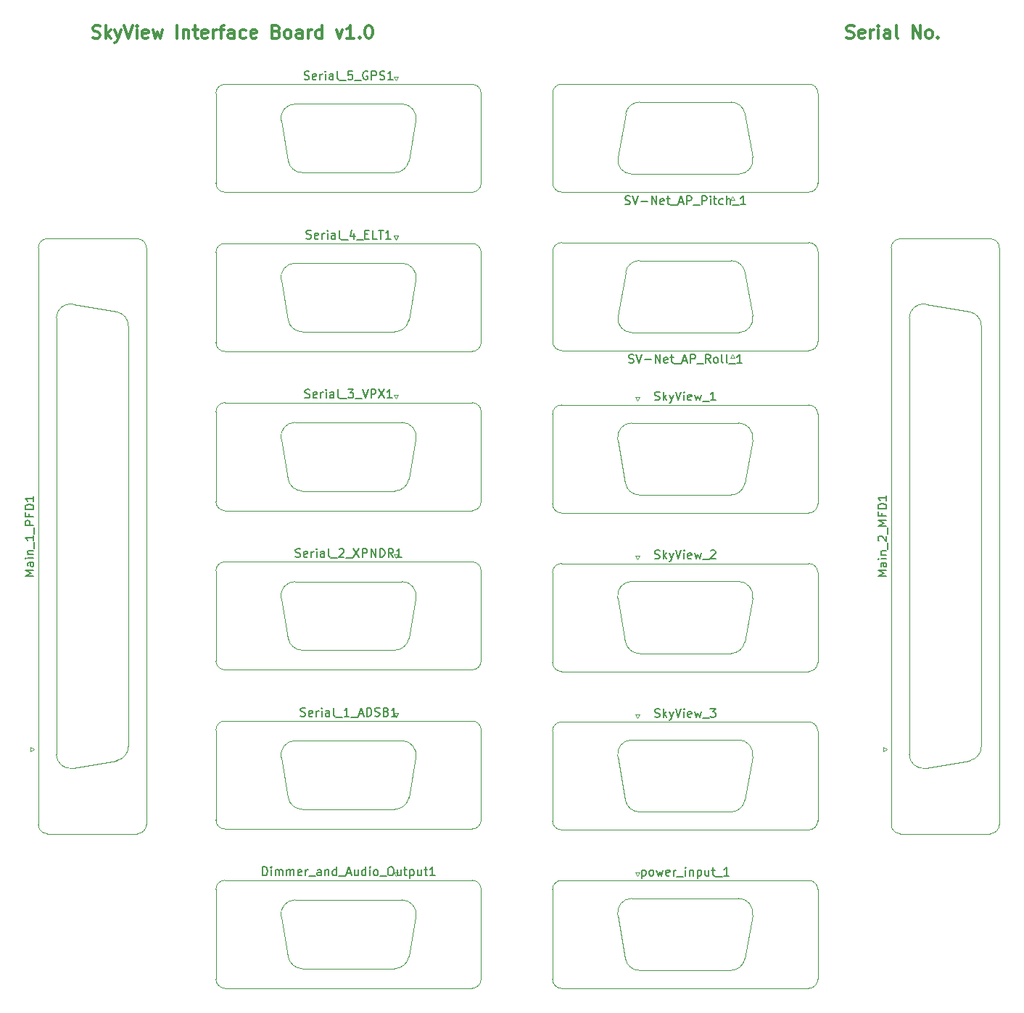
<source format=gbr>
%TF.GenerationSoftware,KiCad,Pcbnew,7.0.9*%
%TF.CreationDate,2023-12-19T17:39:46-08:00*%
%TF.ProjectId,Interconnect Board,496e7465-7263-46f6-9e6e-65637420426f,v0.1*%
%TF.SameCoordinates,Original*%
%TF.FileFunction,Legend,Top*%
%TF.FilePolarity,Positive*%
%FSLAX46Y46*%
G04 Gerber Fmt 4.6, Leading zero omitted, Abs format (unit mm)*
G04 Created by KiCad (PCBNEW 7.0.9) date 2023-12-19 17:39:46*
%MOMM*%
%LPD*%
G01*
G04 APERTURE LIST*
%ADD10C,0.300000*%
%ADD11C,0.150000*%
%ADD12C,0.120000*%
G04 APERTURE END LIST*
D10*
X200084737Y-25378543D02*
X200299023Y-25449971D01*
X200299023Y-25449971D02*
X200656165Y-25449971D01*
X200656165Y-25449971D02*
X200799023Y-25378543D01*
X200799023Y-25378543D02*
X200870451Y-25307114D01*
X200870451Y-25307114D02*
X200941880Y-25164257D01*
X200941880Y-25164257D02*
X200941880Y-25021400D01*
X200941880Y-25021400D02*
X200870451Y-24878543D01*
X200870451Y-24878543D02*
X200799023Y-24807114D01*
X200799023Y-24807114D02*
X200656165Y-24735685D01*
X200656165Y-24735685D02*
X200370451Y-24664257D01*
X200370451Y-24664257D02*
X200227594Y-24592828D01*
X200227594Y-24592828D02*
X200156165Y-24521400D01*
X200156165Y-24521400D02*
X200084737Y-24378543D01*
X200084737Y-24378543D02*
X200084737Y-24235685D01*
X200084737Y-24235685D02*
X200156165Y-24092828D01*
X200156165Y-24092828D02*
X200227594Y-24021400D01*
X200227594Y-24021400D02*
X200370451Y-23949971D01*
X200370451Y-23949971D02*
X200727594Y-23949971D01*
X200727594Y-23949971D02*
X200941880Y-24021400D01*
X202156165Y-25378543D02*
X202013308Y-25449971D01*
X202013308Y-25449971D02*
X201727594Y-25449971D01*
X201727594Y-25449971D02*
X201584736Y-25378543D01*
X201584736Y-25378543D02*
X201513308Y-25235685D01*
X201513308Y-25235685D02*
X201513308Y-24664257D01*
X201513308Y-24664257D02*
X201584736Y-24521400D01*
X201584736Y-24521400D02*
X201727594Y-24449971D01*
X201727594Y-24449971D02*
X202013308Y-24449971D01*
X202013308Y-24449971D02*
X202156165Y-24521400D01*
X202156165Y-24521400D02*
X202227594Y-24664257D01*
X202227594Y-24664257D02*
X202227594Y-24807114D01*
X202227594Y-24807114D02*
X201513308Y-24949971D01*
X202870450Y-25449971D02*
X202870450Y-24449971D01*
X202870450Y-24735685D02*
X202941879Y-24592828D01*
X202941879Y-24592828D02*
X203013308Y-24521400D01*
X203013308Y-24521400D02*
X203156165Y-24449971D01*
X203156165Y-24449971D02*
X203299022Y-24449971D01*
X203799021Y-25449971D02*
X203799021Y-24449971D01*
X203799021Y-23949971D02*
X203727593Y-24021400D01*
X203727593Y-24021400D02*
X203799021Y-24092828D01*
X203799021Y-24092828D02*
X203870450Y-24021400D01*
X203870450Y-24021400D02*
X203799021Y-23949971D01*
X203799021Y-23949971D02*
X203799021Y-24092828D01*
X205156165Y-25449971D02*
X205156165Y-24664257D01*
X205156165Y-24664257D02*
X205084736Y-24521400D01*
X205084736Y-24521400D02*
X204941879Y-24449971D01*
X204941879Y-24449971D02*
X204656165Y-24449971D01*
X204656165Y-24449971D02*
X204513307Y-24521400D01*
X205156165Y-25378543D02*
X205013307Y-25449971D01*
X205013307Y-25449971D02*
X204656165Y-25449971D01*
X204656165Y-25449971D02*
X204513307Y-25378543D01*
X204513307Y-25378543D02*
X204441879Y-25235685D01*
X204441879Y-25235685D02*
X204441879Y-25092828D01*
X204441879Y-25092828D02*
X204513307Y-24949971D01*
X204513307Y-24949971D02*
X204656165Y-24878543D01*
X204656165Y-24878543D02*
X205013307Y-24878543D01*
X205013307Y-24878543D02*
X205156165Y-24807114D01*
X206084736Y-25449971D02*
X205941879Y-25378543D01*
X205941879Y-25378543D02*
X205870450Y-25235685D01*
X205870450Y-25235685D02*
X205870450Y-23949971D01*
X207799021Y-25449971D02*
X207799021Y-23949971D01*
X207799021Y-23949971D02*
X208656164Y-25449971D01*
X208656164Y-25449971D02*
X208656164Y-23949971D01*
X209584736Y-25449971D02*
X209441879Y-25378543D01*
X209441879Y-25378543D02*
X209370450Y-25307114D01*
X209370450Y-25307114D02*
X209299022Y-25164257D01*
X209299022Y-25164257D02*
X209299022Y-24735685D01*
X209299022Y-24735685D02*
X209370450Y-24592828D01*
X209370450Y-24592828D02*
X209441879Y-24521400D01*
X209441879Y-24521400D02*
X209584736Y-24449971D01*
X209584736Y-24449971D02*
X209799022Y-24449971D01*
X209799022Y-24449971D02*
X209941879Y-24521400D01*
X209941879Y-24521400D02*
X210013308Y-24592828D01*
X210013308Y-24592828D02*
X210084736Y-24735685D01*
X210084736Y-24735685D02*
X210084736Y-25164257D01*
X210084736Y-25164257D02*
X210013308Y-25307114D01*
X210013308Y-25307114D02*
X209941879Y-25378543D01*
X209941879Y-25378543D02*
X209799022Y-25449971D01*
X209799022Y-25449971D02*
X209584736Y-25449971D01*
X210727593Y-25307114D02*
X210799022Y-25378543D01*
X210799022Y-25378543D02*
X210727593Y-25449971D01*
X210727593Y-25449971D02*
X210656165Y-25378543D01*
X210656165Y-25378543D02*
X210727593Y-25307114D01*
X210727593Y-25307114D02*
X210727593Y-25449971D01*
X112084737Y-25378543D02*
X112299023Y-25449971D01*
X112299023Y-25449971D02*
X112656165Y-25449971D01*
X112656165Y-25449971D02*
X112799023Y-25378543D01*
X112799023Y-25378543D02*
X112870451Y-25307114D01*
X112870451Y-25307114D02*
X112941880Y-25164257D01*
X112941880Y-25164257D02*
X112941880Y-25021400D01*
X112941880Y-25021400D02*
X112870451Y-24878543D01*
X112870451Y-24878543D02*
X112799023Y-24807114D01*
X112799023Y-24807114D02*
X112656165Y-24735685D01*
X112656165Y-24735685D02*
X112370451Y-24664257D01*
X112370451Y-24664257D02*
X112227594Y-24592828D01*
X112227594Y-24592828D02*
X112156165Y-24521400D01*
X112156165Y-24521400D02*
X112084737Y-24378543D01*
X112084737Y-24378543D02*
X112084737Y-24235685D01*
X112084737Y-24235685D02*
X112156165Y-24092828D01*
X112156165Y-24092828D02*
X112227594Y-24021400D01*
X112227594Y-24021400D02*
X112370451Y-23949971D01*
X112370451Y-23949971D02*
X112727594Y-23949971D01*
X112727594Y-23949971D02*
X112941880Y-24021400D01*
X113584736Y-25449971D02*
X113584736Y-23949971D01*
X113727594Y-24878543D02*
X114156165Y-25449971D01*
X114156165Y-24449971D02*
X113584736Y-25021400D01*
X114656165Y-24449971D02*
X115013308Y-25449971D01*
X115370451Y-24449971D02*
X115013308Y-25449971D01*
X115013308Y-25449971D02*
X114870451Y-25807114D01*
X114870451Y-25807114D02*
X114799022Y-25878543D01*
X114799022Y-25878543D02*
X114656165Y-25949971D01*
X115727594Y-23949971D02*
X116227594Y-25449971D01*
X116227594Y-25449971D02*
X116727594Y-23949971D01*
X117227593Y-25449971D02*
X117227593Y-24449971D01*
X117227593Y-23949971D02*
X117156165Y-24021400D01*
X117156165Y-24021400D02*
X117227593Y-24092828D01*
X117227593Y-24092828D02*
X117299022Y-24021400D01*
X117299022Y-24021400D02*
X117227593Y-23949971D01*
X117227593Y-23949971D02*
X117227593Y-24092828D01*
X118513308Y-25378543D02*
X118370451Y-25449971D01*
X118370451Y-25449971D02*
X118084737Y-25449971D01*
X118084737Y-25449971D02*
X117941879Y-25378543D01*
X117941879Y-25378543D02*
X117870451Y-25235685D01*
X117870451Y-25235685D02*
X117870451Y-24664257D01*
X117870451Y-24664257D02*
X117941879Y-24521400D01*
X117941879Y-24521400D02*
X118084737Y-24449971D01*
X118084737Y-24449971D02*
X118370451Y-24449971D01*
X118370451Y-24449971D02*
X118513308Y-24521400D01*
X118513308Y-24521400D02*
X118584737Y-24664257D01*
X118584737Y-24664257D02*
X118584737Y-24807114D01*
X118584737Y-24807114D02*
X117870451Y-24949971D01*
X119084736Y-24449971D02*
X119370451Y-25449971D01*
X119370451Y-25449971D02*
X119656165Y-24735685D01*
X119656165Y-24735685D02*
X119941879Y-25449971D01*
X119941879Y-25449971D02*
X120227593Y-24449971D01*
X121941879Y-25449971D02*
X121941879Y-23949971D01*
X122656165Y-24449971D02*
X122656165Y-25449971D01*
X122656165Y-24592828D02*
X122727594Y-24521400D01*
X122727594Y-24521400D02*
X122870451Y-24449971D01*
X122870451Y-24449971D02*
X123084737Y-24449971D01*
X123084737Y-24449971D02*
X123227594Y-24521400D01*
X123227594Y-24521400D02*
X123299023Y-24664257D01*
X123299023Y-24664257D02*
X123299023Y-25449971D01*
X123799023Y-24449971D02*
X124370451Y-24449971D01*
X124013308Y-23949971D02*
X124013308Y-25235685D01*
X124013308Y-25235685D02*
X124084737Y-25378543D01*
X124084737Y-25378543D02*
X124227594Y-25449971D01*
X124227594Y-25449971D02*
X124370451Y-25449971D01*
X125441880Y-25378543D02*
X125299023Y-25449971D01*
X125299023Y-25449971D02*
X125013309Y-25449971D01*
X125013309Y-25449971D02*
X124870451Y-25378543D01*
X124870451Y-25378543D02*
X124799023Y-25235685D01*
X124799023Y-25235685D02*
X124799023Y-24664257D01*
X124799023Y-24664257D02*
X124870451Y-24521400D01*
X124870451Y-24521400D02*
X125013309Y-24449971D01*
X125013309Y-24449971D02*
X125299023Y-24449971D01*
X125299023Y-24449971D02*
X125441880Y-24521400D01*
X125441880Y-24521400D02*
X125513309Y-24664257D01*
X125513309Y-24664257D02*
X125513309Y-24807114D01*
X125513309Y-24807114D02*
X124799023Y-24949971D01*
X126156165Y-25449971D02*
X126156165Y-24449971D01*
X126156165Y-24735685D02*
X126227594Y-24592828D01*
X126227594Y-24592828D02*
X126299023Y-24521400D01*
X126299023Y-24521400D02*
X126441880Y-24449971D01*
X126441880Y-24449971D02*
X126584737Y-24449971D01*
X126870451Y-24449971D02*
X127441879Y-24449971D01*
X127084736Y-25449971D02*
X127084736Y-24164257D01*
X127084736Y-24164257D02*
X127156165Y-24021400D01*
X127156165Y-24021400D02*
X127299022Y-23949971D01*
X127299022Y-23949971D02*
X127441879Y-23949971D01*
X128584737Y-25449971D02*
X128584737Y-24664257D01*
X128584737Y-24664257D02*
X128513308Y-24521400D01*
X128513308Y-24521400D02*
X128370451Y-24449971D01*
X128370451Y-24449971D02*
X128084737Y-24449971D01*
X128084737Y-24449971D02*
X127941879Y-24521400D01*
X128584737Y-25378543D02*
X128441879Y-25449971D01*
X128441879Y-25449971D02*
X128084737Y-25449971D01*
X128084737Y-25449971D02*
X127941879Y-25378543D01*
X127941879Y-25378543D02*
X127870451Y-25235685D01*
X127870451Y-25235685D02*
X127870451Y-25092828D01*
X127870451Y-25092828D02*
X127941879Y-24949971D01*
X127941879Y-24949971D02*
X128084737Y-24878543D01*
X128084737Y-24878543D02*
X128441879Y-24878543D01*
X128441879Y-24878543D02*
X128584737Y-24807114D01*
X129941880Y-25378543D02*
X129799022Y-25449971D01*
X129799022Y-25449971D02*
X129513308Y-25449971D01*
X129513308Y-25449971D02*
X129370451Y-25378543D01*
X129370451Y-25378543D02*
X129299022Y-25307114D01*
X129299022Y-25307114D02*
X129227594Y-25164257D01*
X129227594Y-25164257D02*
X129227594Y-24735685D01*
X129227594Y-24735685D02*
X129299022Y-24592828D01*
X129299022Y-24592828D02*
X129370451Y-24521400D01*
X129370451Y-24521400D02*
X129513308Y-24449971D01*
X129513308Y-24449971D02*
X129799022Y-24449971D01*
X129799022Y-24449971D02*
X129941880Y-24521400D01*
X131156165Y-25378543D02*
X131013308Y-25449971D01*
X131013308Y-25449971D02*
X130727594Y-25449971D01*
X130727594Y-25449971D02*
X130584736Y-25378543D01*
X130584736Y-25378543D02*
X130513308Y-25235685D01*
X130513308Y-25235685D02*
X130513308Y-24664257D01*
X130513308Y-24664257D02*
X130584736Y-24521400D01*
X130584736Y-24521400D02*
X130727594Y-24449971D01*
X130727594Y-24449971D02*
X131013308Y-24449971D01*
X131013308Y-24449971D02*
X131156165Y-24521400D01*
X131156165Y-24521400D02*
X131227594Y-24664257D01*
X131227594Y-24664257D02*
X131227594Y-24807114D01*
X131227594Y-24807114D02*
X130513308Y-24949971D01*
X133513307Y-24664257D02*
X133727593Y-24735685D01*
X133727593Y-24735685D02*
X133799022Y-24807114D01*
X133799022Y-24807114D02*
X133870450Y-24949971D01*
X133870450Y-24949971D02*
X133870450Y-25164257D01*
X133870450Y-25164257D02*
X133799022Y-25307114D01*
X133799022Y-25307114D02*
X133727593Y-25378543D01*
X133727593Y-25378543D02*
X133584736Y-25449971D01*
X133584736Y-25449971D02*
X133013307Y-25449971D01*
X133013307Y-25449971D02*
X133013307Y-23949971D01*
X133013307Y-23949971D02*
X133513307Y-23949971D01*
X133513307Y-23949971D02*
X133656165Y-24021400D01*
X133656165Y-24021400D02*
X133727593Y-24092828D01*
X133727593Y-24092828D02*
X133799022Y-24235685D01*
X133799022Y-24235685D02*
X133799022Y-24378543D01*
X133799022Y-24378543D02*
X133727593Y-24521400D01*
X133727593Y-24521400D02*
X133656165Y-24592828D01*
X133656165Y-24592828D02*
X133513307Y-24664257D01*
X133513307Y-24664257D02*
X133013307Y-24664257D01*
X134727593Y-25449971D02*
X134584736Y-25378543D01*
X134584736Y-25378543D02*
X134513307Y-25307114D01*
X134513307Y-25307114D02*
X134441879Y-25164257D01*
X134441879Y-25164257D02*
X134441879Y-24735685D01*
X134441879Y-24735685D02*
X134513307Y-24592828D01*
X134513307Y-24592828D02*
X134584736Y-24521400D01*
X134584736Y-24521400D02*
X134727593Y-24449971D01*
X134727593Y-24449971D02*
X134941879Y-24449971D01*
X134941879Y-24449971D02*
X135084736Y-24521400D01*
X135084736Y-24521400D02*
X135156165Y-24592828D01*
X135156165Y-24592828D02*
X135227593Y-24735685D01*
X135227593Y-24735685D02*
X135227593Y-25164257D01*
X135227593Y-25164257D02*
X135156165Y-25307114D01*
X135156165Y-25307114D02*
X135084736Y-25378543D01*
X135084736Y-25378543D02*
X134941879Y-25449971D01*
X134941879Y-25449971D02*
X134727593Y-25449971D01*
X136513308Y-25449971D02*
X136513308Y-24664257D01*
X136513308Y-24664257D02*
X136441879Y-24521400D01*
X136441879Y-24521400D02*
X136299022Y-24449971D01*
X136299022Y-24449971D02*
X136013308Y-24449971D01*
X136013308Y-24449971D02*
X135870450Y-24521400D01*
X136513308Y-25378543D02*
X136370450Y-25449971D01*
X136370450Y-25449971D02*
X136013308Y-25449971D01*
X136013308Y-25449971D02*
X135870450Y-25378543D01*
X135870450Y-25378543D02*
X135799022Y-25235685D01*
X135799022Y-25235685D02*
X135799022Y-25092828D01*
X135799022Y-25092828D02*
X135870450Y-24949971D01*
X135870450Y-24949971D02*
X136013308Y-24878543D01*
X136013308Y-24878543D02*
X136370450Y-24878543D01*
X136370450Y-24878543D02*
X136513308Y-24807114D01*
X137227593Y-25449971D02*
X137227593Y-24449971D01*
X137227593Y-24735685D02*
X137299022Y-24592828D01*
X137299022Y-24592828D02*
X137370451Y-24521400D01*
X137370451Y-24521400D02*
X137513308Y-24449971D01*
X137513308Y-24449971D02*
X137656165Y-24449971D01*
X138799022Y-25449971D02*
X138799022Y-23949971D01*
X138799022Y-25378543D02*
X138656164Y-25449971D01*
X138656164Y-25449971D02*
X138370450Y-25449971D01*
X138370450Y-25449971D02*
X138227593Y-25378543D01*
X138227593Y-25378543D02*
X138156164Y-25307114D01*
X138156164Y-25307114D02*
X138084736Y-25164257D01*
X138084736Y-25164257D02*
X138084736Y-24735685D01*
X138084736Y-24735685D02*
X138156164Y-24592828D01*
X138156164Y-24592828D02*
X138227593Y-24521400D01*
X138227593Y-24521400D02*
X138370450Y-24449971D01*
X138370450Y-24449971D02*
X138656164Y-24449971D01*
X138656164Y-24449971D02*
X138799022Y-24521400D01*
X140513307Y-24449971D02*
X140870450Y-25449971D01*
X140870450Y-25449971D02*
X141227593Y-24449971D01*
X142584736Y-25449971D02*
X141727593Y-25449971D01*
X142156164Y-25449971D02*
X142156164Y-23949971D01*
X142156164Y-23949971D02*
X142013307Y-24164257D01*
X142013307Y-24164257D02*
X141870450Y-24307114D01*
X141870450Y-24307114D02*
X141727593Y-24378543D01*
X143227592Y-25307114D02*
X143299021Y-25378543D01*
X143299021Y-25378543D02*
X143227592Y-25449971D01*
X143227592Y-25449971D02*
X143156164Y-25378543D01*
X143156164Y-25378543D02*
X143227592Y-25307114D01*
X143227592Y-25307114D02*
X143227592Y-25449971D01*
X144227593Y-23949971D02*
X144370450Y-23949971D01*
X144370450Y-23949971D02*
X144513307Y-24021400D01*
X144513307Y-24021400D02*
X144584736Y-24092828D01*
X144584736Y-24092828D02*
X144656164Y-24235685D01*
X144656164Y-24235685D02*
X144727593Y-24521400D01*
X144727593Y-24521400D02*
X144727593Y-24878543D01*
X144727593Y-24878543D02*
X144656164Y-25164257D01*
X144656164Y-25164257D02*
X144584736Y-25307114D01*
X144584736Y-25307114D02*
X144513307Y-25378543D01*
X144513307Y-25378543D02*
X144370450Y-25449971D01*
X144370450Y-25449971D02*
X144227593Y-25449971D01*
X144227593Y-25449971D02*
X144084736Y-25378543D01*
X144084736Y-25378543D02*
X144013307Y-25307114D01*
X144013307Y-25307114D02*
X143941878Y-25164257D01*
X143941878Y-25164257D02*
X143870450Y-24878543D01*
X143870450Y-24878543D02*
X143870450Y-24521400D01*
X143870450Y-24521400D02*
X143941878Y-24235685D01*
X143941878Y-24235685D02*
X144013307Y-24092828D01*
X144013307Y-24092828D02*
X144084736Y-24021400D01*
X144084736Y-24021400D02*
X144227593Y-23949971D01*
D11*
X177684481Y-67718000D02*
X177827338Y-67765619D01*
X177827338Y-67765619D02*
X178065433Y-67765619D01*
X178065433Y-67765619D02*
X178160671Y-67718000D01*
X178160671Y-67718000D02*
X178208290Y-67670380D01*
X178208290Y-67670380D02*
X178255909Y-67575142D01*
X178255909Y-67575142D02*
X178255909Y-67479904D01*
X178255909Y-67479904D02*
X178208290Y-67384666D01*
X178208290Y-67384666D02*
X178160671Y-67337047D01*
X178160671Y-67337047D02*
X178065433Y-67289428D01*
X178065433Y-67289428D02*
X177874957Y-67241809D01*
X177874957Y-67241809D02*
X177779719Y-67194190D01*
X177779719Y-67194190D02*
X177732100Y-67146571D01*
X177732100Y-67146571D02*
X177684481Y-67051333D01*
X177684481Y-67051333D02*
X177684481Y-66956095D01*
X177684481Y-66956095D02*
X177732100Y-66860857D01*
X177732100Y-66860857D02*
X177779719Y-66813238D01*
X177779719Y-66813238D02*
X177874957Y-66765619D01*
X177874957Y-66765619D02*
X178113052Y-66765619D01*
X178113052Y-66765619D02*
X178255909Y-66813238D01*
X178684481Y-67765619D02*
X178684481Y-66765619D01*
X178779719Y-67384666D02*
X179065433Y-67765619D01*
X179065433Y-67098952D02*
X178684481Y-67479904D01*
X179398767Y-67098952D02*
X179636862Y-67765619D01*
X179874957Y-67098952D02*
X179636862Y-67765619D01*
X179636862Y-67765619D02*
X179541624Y-68003714D01*
X179541624Y-68003714D02*
X179494005Y-68051333D01*
X179494005Y-68051333D02*
X179398767Y-68098952D01*
X180113053Y-66765619D02*
X180446386Y-67765619D01*
X180446386Y-67765619D02*
X180779719Y-66765619D01*
X181113053Y-67765619D02*
X181113053Y-67098952D01*
X181113053Y-66765619D02*
X181065434Y-66813238D01*
X181065434Y-66813238D02*
X181113053Y-66860857D01*
X181113053Y-66860857D02*
X181160672Y-66813238D01*
X181160672Y-66813238D02*
X181113053Y-66765619D01*
X181113053Y-66765619D02*
X181113053Y-66860857D01*
X181970195Y-67718000D02*
X181874957Y-67765619D01*
X181874957Y-67765619D02*
X181684481Y-67765619D01*
X181684481Y-67765619D02*
X181589243Y-67718000D01*
X181589243Y-67718000D02*
X181541624Y-67622761D01*
X181541624Y-67622761D02*
X181541624Y-67241809D01*
X181541624Y-67241809D02*
X181589243Y-67146571D01*
X181589243Y-67146571D02*
X181684481Y-67098952D01*
X181684481Y-67098952D02*
X181874957Y-67098952D01*
X181874957Y-67098952D02*
X181970195Y-67146571D01*
X181970195Y-67146571D02*
X182017814Y-67241809D01*
X182017814Y-67241809D02*
X182017814Y-67337047D01*
X182017814Y-67337047D02*
X181541624Y-67432285D01*
X182351148Y-67098952D02*
X182541624Y-67765619D01*
X182541624Y-67765619D02*
X182732100Y-67289428D01*
X182732100Y-67289428D02*
X182922576Y-67765619D01*
X182922576Y-67765619D02*
X183113052Y-67098952D01*
X183255910Y-67860857D02*
X184017814Y-67860857D01*
X184779719Y-67765619D02*
X184208291Y-67765619D01*
X184494005Y-67765619D02*
X184494005Y-66765619D01*
X184494005Y-66765619D02*
X184398767Y-66908476D01*
X184398767Y-66908476D02*
X184303529Y-67003714D01*
X184303529Y-67003714D02*
X184208291Y-67051333D01*
X136765233Y-30246300D02*
X136908090Y-30293919D01*
X136908090Y-30293919D02*
X137146185Y-30293919D01*
X137146185Y-30293919D02*
X137241423Y-30246300D01*
X137241423Y-30246300D02*
X137289042Y-30198680D01*
X137289042Y-30198680D02*
X137336661Y-30103442D01*
X137336661Y-30103442D02*
X137336661Y-30008204D01*
X137336661Y-30008204D02*
X137289042Y-29912966D01*
X137289042Y-29912966D02*
X137241423Y-29865347D01*
X137241423Y-29865347D02*
X137146185Y-29817728D01*
X137146185Y-29817728D02*
X136955709Y-29770109D01*
X136955709Y-29770109D02*
X136860471Y-29722490D01*
X136860471Y-29722490D02*
X136812852Y-29674871D01*
X136812852Y-29674871D02*
X136765233Y-29579633D01*
X136765233Y-29579633D02*
X136765233Y-29484395D01*
X136765233Y-29484395D02*
X136812852Y-29389157D01*
X136812852Y-29389157D02*
X136860471Y-29341538D01*
X136860471Y-29341538D02*
X136955709Y-29293919D01*
X136955709Y-29293919D02*
X137193804Y-29293919D01*
X137193804Y-29293919D02*
X137336661Y-29341538D01*
X138146185Y-30246300D02*
X138050947Y-30293919D01*
X138050947Y-30293919D02*
X137860471Y-30293919D01*
X137860471Y-30293919D02*
X137765233Y-30246300D01*
X137765233Y-30246300D02*
X137717614Y-30151061D01*
X137717614Y-30151061D02*
X137717614Y-29770109D01*
X137717614Y-29770109D02*
X137765233Y-29674871D01*
X137765233Y-29674871D02*
X137860471Y-29627252D01*
X137860471Y-29627252D02*
X138050947Y-29627252D01*
X138050947Y-29627252D02*
X138146185Y-29674871D01*
X138146185Y-29674871D02*
X138193804Y-29770109D01*
X138193804Y-29770109D02*
X138193804Y-29865347D01*
X138193804Y-29865347D02*
X137717614Y-29960585D01*
X138622376Y-30293919D02*
X138622376Y-29627252D01*
X138622376Y-29817728D02*
X138669995Y-29722490D01*
X138669995Y-29722490D02*
X138717614Y-29674871D01*
X138717614Y-29674871D02*
X138812852Y-29627252D01*
X138812852Y-29627252D02*
X138908090Y-29627252D01*
X139241424Y-30293919D02*
X139241424Y-29627252D01*
X139241424Y-29293919D02*
X139193805Y-29341538D01*
X139193805Y-29341538D02*
X139241424Y-29389157D01*
X139241424Y-29389157D02*
X139289043Y-29341538D01*
X139289043Y-29341538D02*
X139241424Y-29293919D01*
X139241424Y-29293919D02*
X139241424Y-29389157D01*
X140146185Y-30293919D02*
X140146185Y-29770109D01*
X140146185Y-29770109D02*
X140098566Y-29674871D01*
X140098566Y-29674871D02*
X140003328Y-29627252D01*
X140003328Y-29627252D02*
X139812852Y-29627252D01*
X139812852Y-29627252D02*
X139717614Y-29674871D01*
X140146185Y-30246300D02*
X140050947Y-30293919D01*
X140050947Y-30293919D02*
X139812852Y-30293919D01*
X139812852Y-30293919D02*
X139717614Y-30246300D01*
X139717614Y-30246300D02*
X139669995Y-30151061D01*
X139669995Y-30151061D02*
X139669995Y-30055823D01*
X139669995Y-30055823D02*
X139717614Y-29960585D01*
X139717614Y-29960585D02*
X139812852Y-29912966D01*
X139812852Y-29912966D02*
X140050947Y-29912966D01*
X140050947Y-29912966D02*
X140146185Y-29865347D01*
X140765233Y-30293919D02*
X140669995Y-30246300D01*
X140669995Y-30246300D02*
X140622376Y-30151061D01*
X140622376Y-30151061D02*
X140622376Y-29293919D01*
X140908091Y-30389157D02*
X141669995Y-30389157D01*
X142384281Y-29293919D02*
X141908091Y-29293919D01*
X141908091Y-29293919D02*
X141860472Y-29770109D01*
X141860472Y-29770109D02*
X141908091Y-29722490D01*
X141908091Y-29722490D02*
X142003329Y-29674871D01*
X142003329Y-29674871D02*
X142241424Y-29674871D01*
X142241424Y-29674871D02*
X142336662Y-29722490D01*
X142336662Y-29722490D02*
X142384281Y-29770109D01*
X142384281Y-29770109D02*
X142431900Y-29865347D01*
X142431900Y-29865347D02*
X142431900Y-30103442D01*
X142431900Y-30103442D02*
X142384281Y-30198680D01*
X142384281Y-30198680D02*
X142336662Y-30246300D01*
X142336662Y-30246300D02*
X142241424Y-30293919D01*
X142241424Y-30293919D02*
X142003329Y-30293919D01*
X142003329Y-30293919D02*
X141908091Y-30246300D01*
X141908091Y-30246300D02*
X141860472Y-30198680D01*
X142622377Y-30389157D02*
X143384281Y-30389157D01*
X144146186Y-29341538D02*
X144050948Y-29293919D01*
X144050948Y-29293919D02*
X143908091Y-29293919D01*
X143908091Y-29293919D02*
X143765234Y-29341538D01*
X143765234Y-29341538D02*
X143669996Y-29436776D01*
X143669996Y-29436776D02*
X143622377Y-29532014D01*
X143622377Y-29532014D02*
X143574758Y-29722490D01*
X143574758Y-29722490D02*
X143574758Y-29865347D01*
X143574758Y-29865347D02*
X143622377Y-30055823D01*
X143622377Y-30055823D02*
X143669996Y-30151061D01*
X143669996Y-30151061D02*
X143765234Y-30246300D01*
X143765234Y-30246300D02*
X143908091Y-30293919D01*
X143908091Y-30293919D02*
X144003329Y-30293919D01*
X144003329Y-30293919D02*
X144146186Y-30246300D01*
X144146186Y-30246300D02*
X144193805Y-30198680D01*
X144193805Y-30198680D02*
X144193805Y-29865347D01*
X144193805Y-29865347D02*
X144003329Y-29865347D01*
X144622377Y-30293919D02*
X144622377Y-29293919D01*
X144622377Y-29293919D02*
X145003329Y-29293919D01*
X145003329Y-29293919D02*
X145098567Y-29341538D01*
X145098567Y-29341538D02*
X145146186Y-29389157D01*
X145146186Y-29389157D02*
X145193805Y-29484395D01*
X145193805Y-29484395D02*
X145193805Y-29627252D01*
X145193805Y-29627252D02*
X145146186Y-29722490D01*
X145146186Y-29722490D02*
X145098567Y-29770109D01*
X145098567Y-29770109D02*
X145003329Y-29817728D01*
X145003329Y-29817728D02*
X144622377Y-29817728D01*
X145574758Y-30246300D02*
X145717615Y-30293919D01*
X145717615Y-30293919D02*
X145955710Y-30293919D01*
X145955710Y-30293919D02*
X146050948Y-30246300D01*
X146050948Y-30246300D02*
X146098567Y-30198680D01*
X146098567Y-30198680D02*
X146146186Y-30103442D01*
X146146186Y-30103442D02*
X146146186Y-30008204D01*
X146146186Y-30008204D02*
X146098567Y-29912966D01*
X146098567Y-29912966D02*
X146050948Y-29865347D01*
X146050948Y-29865347D02*
X145955710Y-29817728D01*
X145955710Y-29817728D02*
X145765234Y-29770109D01*
X145765234Y-29770109D02*
X145669996Y-29722490D01*
X145669996Y-29722490D02*
X145622377Y-29674871D01*
X145622377Y-29674871D02*
X145574758Y-29579633D01*
X145574758Y-29579633D02*
X145574758Y-29484395D01*
X145574758Y-29484395D02*
X145622377Y-29389157D01*
X145622377Y-29389157D02*
X145669996Y-29341538D01*
X145669996Y-29341538D02*
X145765234Y-29293919D01*
X145765234Y-29293919D02*
X146003329Y-29293919D01*
X146003329Y-29293919D02*
X146146186Y-29341538D01*
X147098567Y-30293919D02*
X146527139Y-30293919D01*
X146812853Y-30293919D02*
X146812853Y-29293919D01*
X146812853Y-29293919D02*
X146717615Y-29436776D01*
X146717615Y-29436776D02*
X146622377Y-29532014D01*
X146622377Y-29532014D02*
X146527139Y-29579633D01*
X135741423Y-86046300D02*
X135884280Y-86093919D01*
X135884280Y-86093919D02*
X136122375Y-86093919D01*
X136122375Y-86093919D02*
X136217613Y-86046300D01*
X136217613Y-86046300D02*
X136265232Y-85998680D01*
X136265232Y-85998680D02*
X136312851Y-85903442D01*
X136312851Y-85903442D02*
X136312851Y-85808204D01*
X136312851Y-85808204D02*
X136265232Y-85712966D01*
X136265232Y-85712966D02*
X136217613Y-85665347D01*
X136217613Y-85665347D02*
X136122375Y-85617728D01*
X136122375Y-85617728D02*
X135931899Y-85570109D01*
X135931899Y-85570109D02*
X135836661Y-85522490D01*
X135836661Y-85522490D02*
X135789042Y-85474871D01*
X135789042Y-85474871D02*
X135741423Y-85379633D01*
X135741423Y-85379633D02*
X135741423Y-85284395D01*
X135741423Y-85284395D02*
X135789042Y-85189157D01*
X135789042Y-85189157D02*
X135836661Y-85141538D01*
X135836661Y-85141538D02*
X135931899Y-85093919D01*
X135931899Y-85093919D02*
X136169994Y-85093919D01*
X136169994Y-85093919D02*
X136312851Y-85141538D01*
X137122375Y-86046300D02*
X137027137Y-86093919D01*
X137027137Y-86093919D02*
X136836661Y-86093919D01*
X136836661Y-86093919D02*
X136741423Y-86046300D01*
X136741423Y-86046300D02*
X136693804Y-85951061D01*
X136693804Y-85951061D02*
X136693804Y-85570109D01*
X136693804Y-85570109D02*
X136741423Y-85474871D01*
X136741423Y-85474871D02*
X136836661Y-85427252D01*
X136836661Y-85427252D02*
X137027137Y-85427252D01*
X137027137Y-85427252D02*
X137122375Y-85474871D01*
X137122375Y-85474871D02*
X137169994Y-85570109D01*
X137169994Y-85570109D02*
X137169994Y-85665347D01*
X137169994Y-85665347D02*
X136693804Y-85760585D01*
X137598566Y-86093919D02*
X137598566Y-85427252D01*
X137598566Y-85617728D02*
X137646185Y-85522490D01*
X137646185Y-85522490D02*
X137693804Y-85474871D01*
X137693804Y-85474871D02*
X137789042Y-85427252D01*
X137789042Y-85427252D02*
X137884280Y-85427252D01*
X138217614Y-86093919D02*
X138217614Y-85427252D01*
X138217614Y-85093919D02*
X138169995Y-85141538D01*
X138169995Y-85141538D02*
X138217614Y-85189157D01*
X138217614Y-85189157D02*
X138265233Y-85141538D01*
X138265233Y-85141538D02*
X138217614Y-85093919D01*
X138217614Y-85093919D02*
X138217614Y-85189157D01*
X139122375Y-86093919D02*
X139122375Y-85570109D01*
X139122375Y-85570109D02*
X139074756Y-85474871D01*
X139074756Y-85474871D02*
X138979518Y-85427252D01*
X138979518Y-85427252D02*
X138789042Y-85427252D01*
X138789042Y-85427252D02*
X138693804Y-85474871D01*
X139122375Y-86046300D02*
X139027137Y-86093919D01*
X139027137Y-86093919D02*
X138789042Y-86093919D01*
X138789042Y-86093919D02*
X138693804Y-86046300D01*
X138693804Y-86046300D02*
X138646185Y-85951061D01*
X138646185Y-85951061D02*
X138646185Y-85855823D01*
X138646185Y-85855823D02*
X138693804Y-85760585D01*
X138693804Y-85760585D02*
X138789042Y-85712966D01*
X138789042Y-85712966D02*
X139027137Y-85712966D01*
X139027137Y-85712966D02*
X139122375Y-85665347D01*
X139741423Y-86093919D02*
X139646185Y-86046300D01*
X139646185Y-86046300D02*
X139598566Y-85951061D01*
X139598566Y-85951061D02*
X139598566Y-85093919D01*
X139884281Y-86189157D02*
X140646185Y-86189157D01*
X140836662Y-85189157D02*
X140884281Y-85141538D01*
X140884281Y-85141538D02*
X140979519Y-85093919D01*
X140979519Y-85093919D02*
X141217614Y-85093919D01*
X141217614Y-85093919D02*
X141312852Y-85141538D01*
X141312852Y-85141538D02*
X141360471Y-85189157D01*
X141360471Y-85189157D02*
X141408090Y-85284395D01*
X141408090Y-85284395D02*
X141408090Y-85379633D01*
X141408090Y-85379633D02*
X141360471Y-85522490D01*
X141360471Y-85522490D02*
X140789043Y-86093919D01*
X140789043Y-86093919D02*
X141408090Y-86093919D01*
X141598567Y-86189157D02*
X142360471Y-86189157D01*
X142503329Y-85093919D02*
X143169995Y-86093919D01*
X143169995Y-85093919D02*
X142503329Y-86093919D01*
X143550948Y-86093919D02*
X143550948Y-85093919D01*
X143550948Y-85093919D02*
X143931900Y-85093919D01*
X143931900Y-85093919D02*
X144027138Y-85141538D01*
X144027138Y-85141538D02*
X144074757Y-85189157D01*
X144074757Y-85189157D02*
X144122376Y-85284395D01*
X144122376Y-85284395D02*
X144122376Y-85427252D01*
X144122376Y-85427252D02*
X144074757Y-85522490D01*
X144074757Y-85522490D02*
X144027138Y-85570109D01*
X144027138Y-85570109D02*
X143931900Y-85617728D01*
X143931900Y-85617728D02*
X143550948Y-85617728D01*
X144550948Y-86093919D02*
X144550948Y-85093919D01*
X144550948Y-85093919D02*
X145122376Y-86093919D01*
X145122376Y-86093919D02*
X145122376Y-85093919D01*
X145598567Y-86093919D02*
X145598567Y-85093919D01*
X145598567Y-85093919D02*
X145836662Y-85093919D01*
X145836662Y-85093919D02*
X145979519Y-85141538D01*
X145979519Y-85141538D02*
X146074757Y-85236776D01*
X146074757Y-85236776D02*
X146122376Y-85332014D01*
X146122376Y-85332014D02*
X146169995Y-85522490D01*
X146169995Y-85522490D02*
X146169995Y-85665347D01*
X146169995Y-85665347D02*
X146122376Y-85855823D01*
X146122376Y-85855823D02*
X146074757Y-85951061D01*
X146074757Y-85951061D02*
X145979519Y-86046300D01*
X145979519Y-86046300D02*
X145836662Y-86093919D01*
X145836662Y-86093919D02*
X145598567Y-86093919D01*
X147169995Y-86093919D02*
X146836662Y-85617728D01*
X146598567Y-86093919D02*
X146598567Y-85093919D01*
X146598567Y-85093919D02*
X146979519Y-85093919D01*
X146979519Y-85093919D02*
X147074757Y-85141538D01*
X147074757Y-85141538D02*
X147122376Y-85189157D01*
X147122376Y-85189157D02*
X147169995Y-85284395D01*
X147169995Y-85284395D02*
X147169995Y-85427252D01*
X147169995Y-85427252D02*
X147122376Y-85522490D01*
X147122376Y-85522490D02*
X147074757Y-85570109D01*
X147074757Y-85570109D02*
X146979519Y-85617728D01*
X146979519Y-85617728D02*
X146598567Y-85617728D01*
X148122376Y-86093919D02*
X147550948Y-86093919D01*
X147836662Y-86093919D02*
X147836662Y-85093919D01*
X147836662Y-85093919D02*
X147741424Y-85236776D01*
X147741424Y-85236776D02*
X147646186Y-85332014D01*
X147646186Y-85332014D02*
X147550948Y-85379633D01*
X136836661Y-67446300D02*
X136979518Y-67493919D01*
X136979518Y-67493919D02*
X137217613Y-67493919D01*
X137217613Y-67493919D02*
X137312851Y-67446300D01*
X137312851Y-67446300D02*
X137360470Y-67398680D01*
X137360470Y-67398680D02*
X137408089Y-67303442D01*
X137408089Y-67303442D02*
X137408089Y-67208204D01*
X137408089Y-67208204D02*
X137360470Y-67112966D01*
X137360470Y-67112966D02*
X137312851Y-67065347D01*
X137312851Y-67065347D02*
X137217613Y-67017728D01*
X137217613Y-67017728D02*
X137027137Y-66970109D01*
X137027137Y-66970109D02*
X136931899Y-66922490D01*
X136931899Y-66922490D02*
X136884280Y-66874871D01*
X136884280Y-66874871D02*
X136836661Y-66779633D01*
X136836661Y-66779633D02*
X136836661Y-66684395D01*
X136836661Y-66684395D02*
X136884280Y-66589157D01*
X136884280Y-66589157D02*
X136931899Y-66541538D01*
X136931899Y-66541538D02*
X137027137Y-66493919D01*
X137027137Y-66493919D02*
X137265232Y-66493919D01*
X137265232Y-66493919D02*
X137408089Y-66541538D01*
X138217613Y-67446300D02*
X138122375Y-67493919D01*
X138122375Y-67493919D02*
X137931899Y-67493919D01*
X137931899Y-67493919D02*
X137836661Y-67446300D01*
X137836661Y-67446300D02*
X137789042Y-67351061D01*
X137789042Y-67351061D02*
X137789042Y-66970109D01*
X137789042Y-66970109D02*
X137836661Y-66874871D01*
X137836661Y-66874871D02*
X137931899Y-66827252D01*
X137931899Y-66827252D02*
X138122375Y-66827252D01*
X138122375Y-66827252D02*
X138217613Y-66874871D01*
X138217613Y-66874871D02*
X138265232Y-66970109D01*
X138265232Y-66970109D02*
X138265232Y-67065347D01*
X138265232Y-67065347D02*
X137789042Y-67160585D01*
X138693804Y-67493919D02*
X138693804Y-66827252D01*
X138693804Y-67017728D02*
X138741423Y-66922490D01*
X138741423Y-66922490D02*
X138789042Y-66874871D01*
X138789042Y-66874871D02*
X138884280Y-66827252D01*
X138884280Y-66827252D02*
X138979518Y-66827252D01*
X139312852Y-67493919D02*
X139312852Y-66827252D01*
X139312852Y-66493919D02*
X139265233Y-66541538D01*
X139265233Y-66541538D02*
X139312852Y-66589157D01*
X139312852Y-66589157D02*
X139360471Y-66541538D01*
X139360471Y-66541538D02*
X139312852Y-66493919D01*
X139312852Y-66493919D02*
X139312852Y-66589157D01*
X140217613Y-67493919D02*
X140217613Y-66970109D01*
X140217613Y-66970109D02*
X140169994Y-66874871D01*
X140169994Y-66874871D02*
X140074756Y-66827252D01*
X140074756Y-66827252D02*
X139884280Y-66827252D01*
X139884280Y-66827252D02*
X139789042Y-66874871D01*
X140217613Y-67446300D02*
X140122375Y-67493919D01*
X140122375Y-67493919D02*
X139884280Y-67493919D01*
X139884280Y-67493919D02*
X139789042Y-67446300D01*
X139789042Y-67446300D02*
X139741423Y-67351061D01*
X139741423Y-67351061D02*
X139741423Y-67255823D01*
X139741423Y-67255823D02*
X139789042Y-67160585D01*
X139789042Y-67160585D02*
X139884280Y-67112966D01*
X139884280Y-67112966D02*
X140122375Y-67112966D01*
X140122375Y-67112966D02*
X140217613Y-67065347D01*
X140836661Y-67493919D02*
X140741423Y-67446300D01*
X140741423Y-67446300D02*
X140693804Y-67351061D01*
X140693804Y-67351061D02*
X140693804Y-66493919D01*
X140979519Y-67589157D02*
X141741423Y-67589157D01*
X141884281Y-66493919D02*
X142503328Y-66493919D01*
X142503328Y-66493919D02*
X142169995Y-66874871D01*
X142169995Y-66874871D02*
X142312852Y-66874871D01*
X142312852Y-66874871D02*
X142408090Y-66922490D01*
X142408090Y-66922490D02*
X142455709Y-66970109D01*
X142455709Y-66970109D02*
X142503328Y-67065347D01*
X142503328Y-67065347D02*
X142503328Y-67303442D01*
X142503328Y-67303442D02*
X142455709Y-67398680D01*
X142455709Y-67398680D02*
X142408090Y-67446300D01*
X142408090Y-67446300D02*
X142312852Y-67493919D01*
X142312852Y-67493919D02*
X142027138Y-67493919D01*
X142027138Y-67493919D02*
X141931900Y-67446300D01*
X141931900Y-67446300D02*
X141884281Y-67398680D01*
X142693805Y-67589157D02*
X143455709Y-67589157D01*
X143550948Y-66493919D02*
X143884281Y-67493919D01*
X143884281Y-67493919D02*
X144217614Y-66493919D01*
X144550948Y-67493919D02*
X144550948Y-66493919D01*
X144550948Y-66493919D02*
X144931900Y-66493919D01*
X144931900Y-66493919D02*
X145027138Y-66541538D01*
X145027138Y-66541538D02*
X145074757Y-66589157D01*
X145074757Y-66589157D02*
X145122376Y-66684395D01*
X145122376Y-66684395D02*
X145122376Y-66827252D01*
X145122376Y-66827252D02*
X145074757Y-66922490D01*
X145074757Y-66922490D02*
X145027138Y-66970109D01*
X145027138Y-66970109D02*
X144931900Y-67017728D01*
X144931900Y-67017728D02*
X144550948Y-67017728D01*
X145455710Y-66493919D02*
X146122376Y-67493919D01*
X146122376Y-66493919D02*
X145455710Y-67493919D01*
X147027138Y-67493919D02*
X146455710Y-67493919D01*
X146741424Y-67493919D02*
X146741424Y-66493919D01*
X146741424Y-66493919D02*
X146646186Y-66636776D01*
X146646186Y-66636776D02*
X146550948Y-66732014D01*
X146550948Y-66732014D02*
X146455710Y-66779633D01*
X174656861Y-63362700D02*
X174799718Y-63410319D01*
X174799718Y-63410319D02*
X175037813Y-63410319D01*
X175037813Y-63410319D02*
X175133051Y-63362700D01*
X175133051Y-63362700D02*
X175180670Y-63315080D01*
X175180670Y-63315080D02*
X175228289Y-63219842D01*
X175228289Y-63219842D02*
X175228289Y-63124604D01*
X175228289Y-63124604D02*
X175180670Y-63029366D01*
X175180670Y-63029366D02*
X175133051Y-62981747D01*
X175133051Y-62981747D02*
X175037813Y-62934128D01*
X175037813Y-62934128D02*
X174847337Y-62886509D01*
X174847337Y-62886509D02*
X174752099Y-62838890D01*
X174752099Y-62838890D02*
X174704480Y-62791271D01*
X174704480Y-62791271D02*
X174656861Y-62696033D01*
X174656861Y-62696033D02*
X174656861Y-62600795D01*
X174656861Y-62600795D02*
X174704480Y-62505557D01*
X174704480Y-62505557D02*
X174752099Y-62457938D01*
X174752099Y-62457938D02*
X174847337Y-62410319D01*
X174847337Y-62410319D02*
X175085432Y-62410319D01*
X175085432Y-62410319D02*
X175228289Y-62457938D01*
X175514004Y-62410319D02*
X175847337Y-63410319D01*
X175847337Y-63410319D02*
X176180670Y-62410319D01*
X176514004Y-63029366D02*
X177275909Y-63029366D01*
X177752099Y-63410319D02*
X177752099Y-62410319D01*
X177752099Y-62410319D02*
X178323527Y-63410319D01*
X178323527Y-63410319D02*
X178323527Y-62410319D01*
X179180670Y-63362700D02*
X179085432Y-63410319D01*
X179085432Y-63410319D02*
X178894956Y-63410319D01*
X178894956Y-63410319D02*
X178799718Y-63362700D01*
X178799718Y-63362700D02*
X178752099Y-63267461D01*
X178752099Y-63267461D02*
X178752099Y-62886509D01*
X178752099Y-62886509D02*
X178799718Y-62791271D01*
X178799718Y-62791271D02*
X178894956Y-62743652D01*
X178894956Y-62743652D02*
X179085432Y-62743652D01*
X179085432Y-62743652D02*
X179180670Y-62791271D01*
X179180670Y-62791271D02*
X179228289Y-62886509D01*
X179228289Y-62886509D02*
X179228289Y-62981747D01*
X179228289Y-62981747D02*
X178752099Y-63076985D01*
X179514004Y-62743652D02*
X179894956Y-62743652D01*
X179656861Y-62410319D02*
X179656861Y-63267461D01*
X179656861Y-63267461D02*
X179704480Y-63362700D01*
X179704480Y-63362700D02*
X179799718Y-63410319D01*
X179799718Y-63410319D02*
X179894956Y-63410319D01*
X179990195Y-63505557D02*
X180752099Y-63505557D01*
X180942576Y-63124604D02*
X181418766Y-63124604D01*
X180847338Y-63410319D02*
X181180671Y-62410319D01*
X181180671Y-62410319D02*
X181514004Y-63410319D01*
X181847338Y-63410319D02*
X181847338Y-62410319D01*
X181847338Y-62410319D02*
X182228290Y-62410319D01*
X182228290Y-62410319D02*
X182323528Y-62457938D01*
X182323528Y-62457938D02*
X182371147Y-62505557D01*
X182371147Y-62505557D02*
X182418766Y-62600795D01*
X182418766Y-62600795D02*
X182418766Y-62743652D01*
X182418766Y-62743652D02*
X182371147Y-62838890D01*
X182371147Y-62838890D02*
X182323528Y-62886509D01*
X182323528Y-62886509D02*
X182228290Y-62934128D01*
X182228290Y-62934128D02*
X181847338Y-62934128D01*
X182609243Y-63505557D02*
X183371147Y-63505557D01*
X184180671Y-63410319D02*
X183847338Y-62934128D01*
X183609243Y-63410319D02*
X183609243Y-62410319D01*
X183609243Y-62410319D02*
X183990195Y-62410319D01*
X183990195Y-62410319D02*
X184085433Y-62457938D01*
X184085433Y-62457938D02*
X184133052Y-62505557D01*
X184133052Y-62505557D02*
X184180671Y-62600795D01*
X184180671Y-62600795D02*
X184180671Y-62743652D01*
X184180671Y-62743652D02*
X184133052Y-62838890D01*
X184133052Y-62838890D02*
X184085433Y-62886509D01*
X184085433Y-62886509D02*
X183990195Y-62934128D01*
X183990195Y-62934128D02*
X183609243Y-62934128D01*
X184752100Y-63410319D02*
X184656862Y-63362700D01*
X184656862Y-63362700D02*
X184609243Y-63315080D01*
X184609243Y-63315080D02*
X184561624Y-63219842D01*
X184561624Y-63219842D02*
X184561624Y-62934128D01*
X184561624Y-62934128D02*
X184609243Y-62838890D01*
X184609243Y-62838890D02*
X184656862Y-62791271D01*
X184656862Y-62791271D02*
X184752100Y-62743652D01*
X184752100Y-62743652D02*
X184894957Y-62743652D01*
X184894957Y-62743652D02*
X184990195Y-62791271D01*
X184990195Y-62791271D02*
X185037814Y-62838890D01*
X185037814Y-62838890D02*
X185085433Y-62934128D01*
X185085433Y-62934128D02*
X185085433Y-63219842D01*
X185085433Y-63219842D02*
X185037814Y-63315080D01*
X185037814Y-63315080D02*
X184990195Y-63362700D01*
X184990195Y-63362700D02*
X184894957Y-63410319D01*
X184894957Y-63410319D02*
X184752100Y-63410319D01*
X185656862Y-63410319D02*
X185561624Y-63362700D01*
X185561624Y-63362700D02*
X185514005Y-63267461D01*
X185514005Y-63267461D02*
X185514005Y-62410319D01*
X186180672Y-63410319D02*
X186085434Y-63362700D01*
X186085434Y-63362700D02*
X186037815Y-63267461D01*
X186037815Y-63267461D02*
X186037815Y-62410319D01*
X186323530Y-63505557D02*
X187085434Y-63505557D01*
X187847339Y-63410319D02*
X187275911Y-63410319D01*
X187561625Y-63410319D02*
X187561625Y-62410319D01*
X187561625Y-62410319D02*
X187466387Y-62553176D01*
X187466387Y-62553176D02*
X187371149Y-62648414D01*
X187371149Y-62648414D02*
X187275911Y-62696033D01*
X131908090Y-123294019D02*
X131908090Y-122294019D01*
X131908090Y-122294019D02*
X132146185Y-122294019D01*
X132146185Y-122294019D02*
X132289042Y-122341638D01*
X132289042Y-122341638D02*
X132384280Y-122436876D01*
X132384280Y-122436876D02*
X132431899Y-122532114D01*
X132431899Y-122532114D02*
X132479518Y-122722590D01*
X132479518Y-122722590D02*
X132479518Y-122865447D01*
X132479518Y-122865447D02*
X132431899Y-123055923D01*
X132431899Y-123055923D02*
X132384280Y-123151161D01*
X132384280Y-123151161D02*
X132289042Y-123246400D01*
X132289042Y-123246400D02*
X132146185Y-123294019D01*
X132146185Y-123294019D02*
X131908090Y-123294019D01*
X132908090Y-123294019D02*
X132908090Y-122627352D01*
X132908090Y-122294019D02*
X132860471Y-122341638D01*
X132860471Y-122341638D02*
X132908090Y-122389257D01*
X132908090Y-122389257D02*
X132955709Y-122341638D01*
X132955709Y-122341638D02*
X132908090Y-122294019D01*
X132908090Y-122294019D02*
X132908090Y-122389257D01*
X133384280Y-123294019D02*
X133384280Y-122627352D01*
X133384280Y-122722590D02*
X133431899Y-122674971D01*
X133431899Y-122674971D02*
X133527137Y-122627352D01*
X133527137Y-122627352D02*
X133669994Y-122627352D01*
X133669994Y-122627352D02*
X133765232Y-122674971D01*
X133765232Y-122674971D02*
X133812851Y-122770209D01*
X133812851Y-122770209D02*
X133812851Y-123294019D01*
X133812851Y-122770209D02*
X133860470Y-122674971D01*
X133860470Y-122674971D02*
X133955708Y-122627352D01*
X133955708Y-122627352D02*
X134098565Y-122627352D01*
X134098565Y-122627352D02*
X134193804Y-122674971D01*
X134193804Y-122674971D02*
X134241423Y-122770209D01*
X134241423Y-122770209D02*
X134241423Y-123294019D01*
X134717613Y-123294019D02*
X134717613Y-122627352D01*
X134717613Y-122722590D02*
X134765232Y-122674971D01*
X134765232Y-122674971D02*
X134860470Y-122627352D01*
X134860470Y-122627352D02*
X135003327Y-122627352D01*
X135003327Y-122627352D02*
X135098565Y-122674971D01*
X135098565Y-122674971D02*
X135146184Y-122770209D01*
X135146184Y-122770209D02*
X135146184Y-123294019D01*
X135146184Y-122770209D02*
X135193803Y-122674971D01*
X135193803Y-122674971D02*
X135289041Y-122627352D01*
X135289041Y-122627352D02*
X135431898Y-122627352D01*
X135431898Y-122627352D02*
X135527137Y-122674971D01*
X135527137Y-122674971D02*
X135574756Y-122770209D01*
X135574756Y-122770209D02*
X135574756Y-123294019D01*
X136431898Y-123246400D02*
X136336660Y-123294019D01*
X136336660Y-123294019D02*
X136146184Y-123294019D01*
X136146184Y-123294019D02*
X136050946Y-123246400D01*
X136050946Y-123246400D02*
X136003327Y-123151161D01*
X136003327Y-123151161D02*
X136003327Y-122770209D01*
X136003327Y-122770209D02*
X136050946Y-122674971D01*
X136050946Y-122674971D02*
X136146184Y-122627352D01*
X136146184Y-122627352D02*
X136336660Y-122627352D01*
X136336660Y-122627352D02*
X136431898Y-122674971D01*
X136431898Y-122674971D02*
X136479517Y-122770209D01*
X136479517Y-122770209D02*
X136479517Y-122865447D01*
X136479517Y-122865447D02*
X136003327Y-122960685D01*
X136908089Y-123294019D02*
X136908089Y-122627352D01*
X136908089Y-122817828D02*
X136955708Y-122722590D01*
X136955708Y-122722590D02*
X137003327Y-122674971D01*
X137003327Y-122674971D02*
X137098565Y-122627352D01*
X137098565Y-122627352D02*
X137193803Y-122627352D01*
X137289042Y-123389257D02*
X138050946Y-123389257D01*
X138717613Y-123294019D02*
X138717613Y-122770209D01*
X138717613Y-122770209D02*
X138669994Y-122674971D01*
X138669994Y-122674971D02*
X138574756Y-122627352D01*
X138574756Y-122627352D02*
X138384280Y-122627352D01*
X138384280Y-122627352D02*
X138289042Y-122674971D01*
X138717613Y-123246400D02*
X138622375Y-123294019D01*
X138622375Y-123294019D02*
X138384280Y-123294019D01*
X138384280Y-123294019D02*
X138289042Y-123246400D01*
X138289042Y-123246400D02*
X138241423Y-123151161D01*
X138241423Y-123151161D02*
X138241423Y-123055923D01*
X138241423Y-123055923D02*
X138289042Y-122960685D01*
X138289042Y-122960685D02*
X138384280Y-122913066D01*
X138384280Y-122913066D02*
X138622375Y-122913066D01*
X138622375Y-122913066D02*
X138717613Y-122865447D01*
X139193804Y-122627352D02*
X139193804Y-123294019D01*
X139193804Y-122722590D02*
X139241423Y-122674971D01*
X139241423Y-122674971D02*
X139336661Y-122627352D01*
X139336661Y-122627352D02*
X139479518Y-122627352D01*
X139479518Y-122627352D02*
X139574756Y-122674971D01*
X139574756Y-122674971D02*
X139622375Y-122770209D01*
X139622375Y-122770209D02*
X139622375Y-123294019D01*
X140527137Y-123294019D02*
X140527137Y-122294019D01*
X140527137Y-123246400D02*
X140431899Y-123294019D01*
X140431899Y-123294019D02*
X140241423Y-123294019D01*
X140241423Y-123294019D02*
X140146185Y-123246400D01*
X140146185Y-123246400D02*
X140098566Y-123198780D01*
X140098566Y-123198780D02*
X140050947Y-123103542D01*
X140050947Y-123103542D02*
X140050947Y-122817828D01*
X140050947Y-122817828D02*
X140098566Y-122722590D01*
X140098566Y-122722590D02*
X140146185Y-122674971D01*
X140146185Y-122674971D02*
X140241423Y-122627352D01*
X140241423Y-122627352D02*
X140431899Y-122627352D01*
X140431899Y-122627352D02*
X140527137Y-122674971D01*
X140765233Y-123389257D02*
X141527137Y-123389257D01*
X141717614Y-123008304D02*
X142193804Y-123008304D01*
X141622376Y-123294019D02*
X141955709Y-122294019D01*
X141955709Y-122294019D02*
X142289042Y-123294019D01*
X143050947Y-122627352D02*
X143050947Y-123294019D01*
X142622376Y-122627352D02*
X142622376Y-123151161D01*
X142622376Y-123151161D02*
X142669995Y-123246400D01*
X142669995Y-123246400D02*
X142765233Y-123294019D01*
X142765233Y-123294019D02*
X142908090Y-123294019D01*
X142908090Y-123294019D02*
X143003328Y-123246400D01*
X143003328Y-123246400D02*
X143050947Y-123198780D01*
X143955709Y-123294019D02*
X143955709Y-122294019D01*
X143955709Y-123246400D02*
X143860471Y-123294019D01*
X143860471Y-123294019D02*
X143669995Y-123294019D01*
X143669995Y-123294019D02*
X143574757Y-123246400D01*
X143574757Y-123246400D02*
X143527138Y-123198780D01*
X143527138Y-123198780D02*
X143479519Y-123103542D01*
X143479519Y-123103542D02*
X143479519Y-122817828D01*
X143479519Y-122817828D02*
X143527138Y-122722590D01*
X143527138Y-122722590D02*
X143574757Y-122674971D01*
X143574757Y-122674971D02*
X143669995Y-122627352D01*
X143669995Y-122627352D02*
X143860471Y-122627352D01*
X143860471Y-122627352D02*
X143955709Y-122674971D01*
X144431900Y-123294019D02*
X144431900Y-122627352D01*
X144431900Y-122294019D02*
X144384281Y-122341638D01*
X144384281Y-122341638D02*
X144431900Y-122389257D01*
X144431900Y-122389257D02*
X144479519Y-122341638D01*
X144479519Y-122341638D02*
X144431900Y-122294019D01*
X144431900Y-122294019D02*
X144431900Y-122389257D01*
X145050947Y-123294019D02*
X144955709Y-123246400D01*
X144955709Y-123246400D02*
X144908090Y-123198780D01*
X144908090Y-123198780D02*
X144860471Y-123103542D01*
X144860471Y-123103542D02*
X144860471Y-122817828D01*
X144860471Y-122817828D02*
X144908090Y-122722590D01*
X144908090Y-122722590D02*
X144955709Y-122674971D01*
X144955709Y-122674971D02*
X145050947Y-122627352D01*
X145050947Y-122627352D02*
X145193804Y-122627352D01*
X145193804Y-122627352D02*
X145289042Y-122674971D01*
X145289042Y-122674971D02*
X145336661Y-122722590D01*
X145336661Y-122722590D02*
X145384280Y-122817828D01*
X145384280Y-122817828D02*
X145384280Y-123103542D01*
X145384280Y-123103542D02*
X145336661Y-123198780D01*
X145336661Y-123198780D02*
X145289042Y-123246400D01*
X145289042Y-123246400D02*
X145193804Y-123294019D01*
X145193804Y-123294019D02*
X145050947Y-123294019D01*
X145574757Y-123389257D02*
X146336661Y-123389257D01*
X146765233Y-122294019D02*
X146955709Y-122294019D01*
X146955709Y-122294019D02*
X147050947Y-122341638D01*
X147050947Y-122341638D02*
X147146185Y-122436876D01*
X147146185Y-122436876D02*
X147193804Y-122627352D01*
X147193804Y-122627352D02*
X147193804Y-122960685D01*
X147193804Y-122960685D02*
X147146185Y-123151161D01*
X147146185Y-123151161D02*
X147050947Y-123246400D01*
X147050947Y-123246400D02*
X146955709Y-123294019D01*
X146955709Y-123294019D02*
X146765233Y-123294019D01*
X146765233Y-123294019D02*
X146669995Y-123246400D01*
X146669995Y-123246400D02*
X146574757Y-123151161D01*
X146574757Y-123151161D02*
X146527138Y-122960685D01*
X146527138Y-122960685D02*
X146527138Y-122627352D01*
X146527138Y-122627352D02*
X146574757Y-122436876D01*
X146574757Y-122436876D02*
X146669995Y-122341638D01*
X146669995Y-122341638D02*
X146765233Y-122294019D01*
X148050947Y-122627352D02*
X148050947Y-123294019D01*
X147622376Y-122627352D02*
X147622376Y-123151161D01*
X147622376Y-123151161D02*
X147669995Y-123246400D01*
X147669995Y-123246400D02*
X147765233Y-123294019D01*
X147765233Y-123294019D02*
X147908090Y-123294019D01*
X147908090Y-123294019D02*
X148003328Y-123246400D01*
X148003328Y-123246400D02*
X148050947Y-123198780D01*
X148384281Y-122627352D02*
X148765233Y-122627352D01*
X148527138Y-122294019D02*
X148527138Y-123151161D01*
X148527138Y-123151161D02*
X148574757Y-123246400D01*
X148574757Y-123246400D02*
X148669995Y-123294019D01*
X148669995Y-123294019D02*
X148765233Y-123294019D01*
X149098567Y-122627352D02*
X149098567Y-123627352D01*
X149098567Y-122674971D02*
X149193805Y-122627352D01*
X149193805Y-122627352D02*
X149384281Y-122627352D01*
X149384281Y-122627352D02*
X149479519Y-122674971D01*
X149479519Y-122674971D02*
X149527138Y-122722590D01*
X149527138Y-122722590D02*
X149574757Y-122817828D01*
X149574757Y-122817828D02*
X149574757Y-123103542D01*
X149574757Y-123103542D02*
X149527138Y-123198780D01*
X149527138Y-123198780D02*
X149479519Y-123246400D01*
X149479519Y-123246400D02*
X149384281Y-123294019D01*
X149384281Y-123294019D02*
X149193805Y-123294019D01*
X149193805Y-123294019D02*
X149098567Y-123246400D01*
X150431900Y-122627352D02*
X150431900Y-123294019D01*
X150003329Y-122627352D02*
X150003329Y-123151161D01*
X150003329Y-123151161D02*
X150050948Y-123246400D01*
X150050948Y-123246400D02*
X150146186Y-123294019D01*
X150146186Y-123294019D02*
X150289043Y-123294019D01*
X150289043Y-123294019D02*
X150384281Y-123246400D01*
X150384281Y-123246400D02*
X150431900Y-123198780D01*
X150765234Y-122627352D02*
X151146186Y-122627352D01*
X150908091Y-122294019D02*
X150908091Y-123151161D01*
X150908091Y-123151161D02*
X150955710Y-123246400D01*
X150955710Y-123246400D02*
X151050948Y-123294019D01*
X151050948Y-123294019D02*
X151146186Y-123294019D01*
X152003329Y-123294019D02*
X151431901Y-123294019D01*
X151717615Y-123294019D02*
X151717615Y-122294019D01*
X151717615Y-122294019D02*
X151622377Y-122436876D01*
X151622377Y-122436876D02*
X151527139Y-122532114D01*
X151527139Y-122532114D02*
X151431901Y-122579733D01*
X137003328Y-48846300D02*
X137146185Y-48893919D01*
X137146185Y-48893919D02*
X137384280Y-48893919D01*
X137384280Y-48893919D02*
X137479518Y-48846300D01*
X137479518Y-48846300D02*
X137527137Y-48798680D01*
X137527137Y-48798680D02*
X137574756Y-48703442D01*
X137574756Y-48703442D02*
X137574756Y-48608204D01*
X137574756Y-48608204D02*
X137527137Y-48512966D01*
X137527137Y-48512966D02*
X137479518Y-48465347D01*
X137479518Y-48465347D02*
X137384280Y-48417728D01*
X137384280Y-48417728D02*
X137193804Y-48370109D01*
X137193804Y-48370109D02*
X137098566Y-48322490D01*
X137098566Y-48322490D02*
X137050947Y-48274871D01*
X137050947Y-48274871D02*
X137003328Y-48179633D01*
X137003328Y-48179633D02*
X137003328Y-48084395D01*
X137003328Y-48084395D02*
X137050947Y-47989157D01*
X137050947Y-47989157D02*
X137098566Y-47941538D01*
X137098566Y-47941538D02*
X137193804Y-47893919D01*
X137193804Y-47893919D02*
X137431899Y-47893919D01*
X137431899Y-47893919D02*
X137574756Y-47941538D01*
X138384280Y-48846300D02*
X138289042Y-48893919D01*
X138289042Y-48893919D02*
X138098566Y-48893919D01*
X138098566Y-48893919D02*
X138003328Y-48846300D01*
X138003328Y-48846300D02*
X137955709Y-48751061D01*
X137955709Y-48751061D02*
X137955709Y-48370109D01*
X137955709Y-48370109D02*
X138003328Y-48274871D01*
X138003328Y-48274871D02*
X138098566Y-48227252D01*
X138098566Y-48227252D02*
X138289042Y-48227252D01*
X138289042Y-48227252D02*
X138384280Y-48274871D01*
X138384280Y-48274871D02*
X138431899Y-48370109D01*
X138431899Y-48370109D02*
X138431899Y-48465347D01*
X138431899Y-48465347D02*
X137955709Y-48560585D01*
X138860471Y-48893919D02*
X138860471Y-48227252D01*
X138860471Y-48417728D02*
X138908090Y-48322490D01*
X138908090Y-48322490D02*
X138955709Y-48274871D01*
X138955709Y-48274871D02*
X139050947Y-48227252D01*
X139050947Y-48227252D02*
X139146185Y-48227252D01*
X139479519Y-48893919D02*
X139479519Y-48227252D01*
X139479519Y-47893919D02*
X139431900Y-47941538D01*
X139431900Y-47941538D02*
X139479519Y-47989157D01*
X139479519Y-47989157D02*
X139527138Y-47941538D01*
X139527138Y-47941538D02*
X139479519Y-47893919D01*
X139479519Y-47893919D02*
X139479519Y-47989157D01*
X140384280Y-48893919D02*
X140384280Y-48370109D01*
X140384280Y-48370109D02*
X140336661Y-48274871D01*
X140336661Y-48274871D02*
X140241423Y-48227252D01*
X140241423Y-48227252D02*
X140050947Y-48227252D01*
X140050947Y-48227252D02*
X139955709Y-48274871D01*
X140384280Y-48846300D02*
X140289042Y-48893919D01*
X140289042Y-48893919D02*
X140050947Y-48893919D01*
X140050947Y-48893919D02*
X139955709Y-48846300D01*
X139955709Y-48846300D02*
X139908090Y-48751061D01*
X139908090Y-48751061D02*
X139908090Y-48655823D01*
X139908090Y-48655823D02*
X139955709Y-48560585D01*
X139955709Y-48560585D02*
X140050947Y-48512966D01*
X140050947Y-48512966D02*
X140289042Y-48512966D01*
X140289042Y-48512966D02*
X140384280Y-48465347D01*
X141003328Y-48893919D02*
X140908090Y-48846300D01*
X140908090Y-48846300D02*
X140860471Y-48751061D01*
X140860471Y-48751061D02*
X140860471Y-47893919D01*
X141146186Y-48989157D02*
X141908090Y-48989157D01*
X142574757Y-48227252D02*
X142574757Y-48893919D01*
X142336662Y-47846300D02*
X142098567Y-48560585D01*
X142098567Y-48560585D02*
X142717614Y-48560585D01*
X142860472Y-48989157D02*
X143622376Y-48989157D01*
X143860472Y-48370109D02*
X144193805Y-48370109D01*
X144336662Y-48893919D02*
X143860472Y-48893919D01*
X143860472Y-48893919D02*
X143860472Y-47893919D01*
X143860472Y-47893919D02*
X144336662Y-47893919D01*
X145241424Y-48893919D02*
X144765234Y-48893919D01*
X144765234Y-48893919D02*
X144765234Y-47893919D01*
X145431901Y-47893919D02*
X146003329Y-47893919D01*
X145717615Y-48893919D02*
X145717615Y-47893919D01*
X146860472Y-48893919D02*
X146289044Y-48893919D01*
X146574758Y-48893919D02*
X146574758Y-47893919D01*
X146574758Y-47893919D02*
X146479520Y-48036776D01*
X146479520Y-48036776D02*
X146384282Y-48132014D01*
X146384282Y-48132014D02*
X146289044Y-48179633D01*
X204746519Y-88334575D02*
X203746519Y-88334575D01*
X203746519Y-88334575D02*
X204460804Y-88001242D01*
X204460804Y-88001242D02*
X203746519Y-87667909D01*
X203746519Y-87667909D02*
X204746519Y-87667909D01*
X204746519Y-86763147D02*
X204222709Y-86763147D01*
X204222709Y-86763147D02*
X204127471Y-86810766D01*
X204127471Y-86810766D02*
X204079852Y-86906004D01*
X204079852Y-86906004D02*
X204079852Y-87096480D01*
X204079852Y-87096480D02*
X204127471Y-87191718D01*
X204698900Y-86763147D02*
X204746519Y-86858385D01*
X204746519Y-86858385D02*
X204746519Y-87096480D01*
X204746519Y-87096480D02*
X204698900Y-87191718D01*
X204698900Y-87191718D02*
X204603661Y-87239337D01*
X204603661Y-87239337D02*
X204508423Y-87239337D01*
X204508423Y-87239337D02*
X204413185Y-87191718D01*
X204413185Y-87191718D02*
X204365566Y-87096480D01*
X204365566Y-87096480D02*
X204365566Y-86858385D01*
X204365566Y-86858385D02*
X204317947Y-86763147D01*
X204746519Y-86286956D02*
X204079852Y-86286956D01*
X203746519Y-86286956D02*
X203794138Y-86334575D01*
X203794138Y-86334575D02*
X203841757Y-86286956D01*
X203841757Y-86286956D02*
X203794138Y-86239337D01*
X203794138Y-86239337D02*
X203746519Y-86286956D01*
X203746519Y-86286956D02*
X203841757Y-86286956D01*
X204079852Y-85810766D02*
X204746519Y-85810766D01*
X204175090Y-85810766D02*
X204127471Y-85763147D01*
X204127471Y-85763147D02*
X204079852Y-85667909D01*
X204079852Y-85667909D02*
X204079852Y-85525052D01*
X204079852Y-85525052D02*
X204127471Y-85429814D01*
X204127471Y-85429814D02*
X204222709Y-85382195D01*
X204222709Y-85382195D02*
X204746519Y-85382195D01*
X204841757Y-85144100D02*
X204841757Y-84382195D01*
X203841757Y-84191718D02*
X203794138Y-84144099D01*
X203794138Y-84144099D02*
X203746519Y-84048861D01*
X203746519Y-84048861D02*
X203746519Y-83810766D01*
X203746519Y-83810766D02*
X203794138Y-83715528D01*
X203794138Y-83715528D02*
X203841757Y-83667909D01*
X203841757Y-83667909D02*
X203936995Y-83620290D01*
X203936995Y-83620290D02*
X204032233Y-83620290D01*
X204032233Y-83620290D02*
X204175090Y-83667909D01*
X204175090Y-83667909D02*
X204746519Y-84239337D01*
X204746519Y-84239337D02*
X204746519Y-83620290D01*
X204841757Y-83429814D02*
X204841757Y-82667909D01*
X204746519Y-82429813D02*
X203746519Y-82429813D01*
X203746519Y-82429813D02*
X204460804Y-82096480D01*
X204460804Y-82096480D02*
X203746519Y-81763147D01*
X203746519Y-81763147D02*
X204746519Y-81763147D01*
X204222709Y-80953623D02*
X204222709Y-81286956D01*
X204746519Y-81286956D02*
X203746519Y-81286956D01*
X203746519Y-81286956D02*
X203746519Y-80810766D01*
X204746519Y-80429813D02*
X203746519Y-80429813D01*
X203746519Y-80429813D02*
X203746519Y-80191718D01*
X203746519Y-80191718D02*
X203794138Y-80048861D01*
X203794138Y-80048861D02*
X203889376Y-79953623D01*
X203889376Y-79953623D02*
X203984614Y-79906004D01*
X203984614Y-79906004D02*
X204175090Y-79858385D01*
X204175090Y-79858385D02*
X204317947Y-79858385D01*
X204317947Y-79858385D02*
X204508423Y-79906004D01*
X204508423Y-79906004D02*
X204603661Y-79953623D01*
X204603661Y-79953623D02*
X204698900Y-80048861D01*
X204698900Y-80048861D02*
X204746519Y-80191718D01*
X204746519Y-80191718D02*
X204746519Y-80429813D01*
X204746519Y-78906004D02*
X204746519Y-79477432D01*
X204746519Y-79191718D02*
X203746519Y-79191718D01*
X203746519Y-79191718D02*
X203889376Y-79286956D01*
X203889376Y-79286956D02*
X203984614Y-79382194D01*
X203984614Y-79382194D02*
X204032233Y-79477432D01*
X177684481Y-86234000D02*
X177827338Y-86281619D01*
X177827338Y-86281619D02*
X178065433Y-86281619D01*
X178065433Y-86281619D02*
X178160671Y-86234000D01*
X178160671Y-86234000D02*
X178208290Y-86186380D01*
X178208290Y-86186380D02*
X178255909Y-86091142D01*
X178255909Y-86091142D02*
X178255909Y-85995904D01*
X178255909Y-85995904D02*
X178208290Y-85900666D01*
X178208290Y-85900666D02*
X178160671Y-85853047D01*
X178160671Y-85853047D02*
X178065433Y-85805428D01*
X178065433Y-85805428D02*
X177874957Y-85757809D01*
X177874957Y-85757809D02*
X177779719Y-85710190D01*
X177779719Y-85710190D02*
X177732100Y-85662571D01*
X177732100Y-85662571D02*
X177684481Y-85567333D01*
X177684481Y-85567333D02*
X177684481Y-85472095D01*
X177684481Y-85472095D02*
X177732100Y-85376857D01*
X177732100Y-85376857D02*
X177779719Y-85329238D01*
X177779719Y-85329238D02*
X177874957Y-85281619D01*
X177874957Y-85281619D02*
X178113052Y-85281619D01*
X178113052Y-85281619D02*
X178255909Y-85329238D01*
X178684481Y-86281619D02*
X178684481Y-85281619D01*
X178779719Y-85900666D02*
X179065433Y-86281619D01*
X179065433Y-85614952D02*
X178684481Y-85995904D01*
X179398767Y-85614952D02*
X179636862Y-86281619D01*
X179874957Y-85614952D02*
X179636862Y-86281619D01*
X179636862Y-86281619D02*
X179541624Y-86519714D01*
X179541624Y-86519714D02*
X179494005Y-86567333D01*
X179494005Y-86567333D02*
X179398767Y-86614952D01*
X180113053Y-85281619D02*
X180446386Y-86281619D01*
X180446386Y-86281619D02*
X180779719Y-85281619D01*
X181113053Y-86281619D02*
X181113053Y-85614952D01*
X181113053Y-85281619D02*
X181065434Y-85329238D01*
X181065434Y-85329238D02*
X181113053Y-85376857D01*
X181113053Y-85376857D02*
X181160672Y-85329238D01*
X181160672Y-85329238D02*
X181113053Y-85281619D01*
X181113053Y-85281619D02*
X181113053Y-85376857D01*
X181970195Y-86234000D02*
X181874957Y-86281619D01*
X181874957Y-86281619D02*
X181684481Y-86281619D01*
X181684481Y-86281619D02*
X181589243Y-86234000D01*
X181589243Y-86234000D02*
X181541624Y-86138761D01*
X181541624Y-86138761D02*
X181541624Y-85757809D01*
X181541624Y-85757809D02*
X181589243Y-85662571D01*
X181589243Y-85662571D02*
X181684481Y-85614952D01*
X181684481Y-85614952D02*
X181874957Y-85614952D01*
X181874957Y-85614952D02*
X181970195Y-85662571D01*
X181970195Y-85662571D02*
X182017814Y-85757809D01*
X182017814Y-85757809D02*
X182017814Y-85853047D01*
X182017814Y-85853047D02*
X181541624Y-85948285D01*
X182351148Y-85614952D02*
X182541624Y-86281619D01*
X182541624Y-86281619D02*
X182732100Y-85805428D01*
X182732100Y-85805428D02*
X182922576Y-86281619D01*
X182922576Y-86281619D02*
X183113052Y-85614952D01*
X183255910Y-86376857D02*
X184017814Y-86376857D01*
X184208291Y-85376857D02*
X184255910Y-85329238D01*
X184255910Y-85329238D02*
X184351148Y-85281619D01*
X184351148Y-85281619D02*
X184589243Y-85281619D01*
X184589243Y-85281619D02*
X184684481Y-85329238D01*
X184684481Y-85329238D02*
X184732100Y-85376857D01*
X184732100Y-85376857D02*
X184779719Y-85472095D01*
X184779719Y-85472095D02*
X184779719Y-85567333D01*
X184779719Y-85567333D02*
X184732100Y-85710190D01*
X184732100Y-85710190D02*
X184160672Y-86281619D01*
X184160672Y-86281619D02*
X184779719Y-86281619D01*
X105166519Y-88263147D02*
X104166519Y-88263147D01*
X104166519Y-88263147D02*
X104880804Y-87929814D01*
X104880804Y-87929814D02*
X104166519Y-87596481D01*
X104166519Y-87596481D02*
X105166519Y-87596481D01*
X105166519Y-86691719D02*
X104642709Y-86691719D01*
X104642709Y-86691719D02*
X104547471Y-86739338D01*
X104547471Y-86739338D02*
X104499852Y-86834576D01*
X104499852Y-86834576D02*
X104499852Y-87025052D01*
X104499852Y-87025052D02*
X104547471Y-87120290D01*
X105118900Y-86691719D02*
X105166519Y-86786957D01*
X105166519Y-86786957D02*
X105166519Y-87025052D01*
X105166519Y-87025052D02*
X105118900Y-87120290D01*
X105118900Y-87120290D02*
X105023661Y-87167909D01*
X105023661Y-87167909D02*
X104928423Y-87167909D01*
X104928423Y-87167909D02*
X104833185Y-87120290D01*
X104833185Y-87120290D02*
X104785566Y-87025052D01*
X104785566Y-87025052D02*
X104785566Y-86786957D01*
X104785566Y-86786957D02*
X104737947Y-86691719D01*
X105166519Y-86215528D02*
X104499852Y-86215528D01*
X104166519Y-86215528D02*
X104214138Y-86263147D01*
X104214138Y-86263147D02*
X104261757Y-86215528D01*
X104261757Y-86215528D02*
X104214138Y-86167909D01*
X104214138Y-86167909D02*
X104166519Y-86215528D01*
X104166519Y-86215528D02*
X104261757Y-86215528D01*
X104499852Y-85739338D02*
X105166519Y-85739338D01*
X104595090Y-85739338D02*
X104547471Y-85691719D01*
X104547471Y-85691719D02*
X104499852Y-85596481D01*
X104499852Y-85596481D02*
X104499852Y-85453624D01*
X104499852Y-85453624D02*
X104547471Y-85358386D01*
X104547471Y-85358386D02*
X104642709Y-85310767D01*
X104642709Y-85310767D02*
X105166519Y-85310767D01*
X105261757Y-85072672D02*
X105261757Y-84310767D01*
X105166519Y-83548862D02*
X105166519Y-84120290D01*
X105166519Y-83834576D02*
X104166519Y-83834576D01*
X104166519Y-83834576D02*
X104309376Y-83929814D01*
X104309376Y-83929814D02*
X104404614Y-84025052D01*
X104404614Y-84025052D02*
X104452233Y-84120290D01*
X105261757Y-83358386D02*
X105261757Y-82596481D01*
X105166519Y-82358385D02*
X104166519Y-82358385D01*
X104166519Y-82358385D02*
X104166519Y-81977433D01*
X104166519Y-81977433D02*
X104214138Y-81882195D01*
X104214138Y-81882195D02*
X104261757Y-81834576D01*
X104261757Y-81834576D02*
X104356995Y-81786957D01*
X104356995Y-81786957D02*
X104499852Y-81786957D01*
X104499852Y-81786957D02*
X104595090Y-81834576D01*
X104595090Y-81834576D02*
X104642709Y-81882195D01*
X104642709Y-81882195D02*
X104690328Y-81977433D01*
X104690328Y-81977433D02*
X104690328Y-82358385D01*
X104642709Y-81025052D02*
X104642709Y-81358385D01*
X105166519Y-81358385D02*
X104166519Y-81358385D01*
X104166519Y-81358385D02*
X104166519Y-80882195D01*
X105166519Y-80501242D02*
X104166519Y-80501242D01*
X104166519Y-80501242D02*
X104166519Y-80263147D01*
X104166519Y-80263147D02*
X104214138Y-80120290D01*
X104214138Y-80120290D02*
X104309376Y-80025052D01*
X104309376Y-80025052D02*
X104404614Y-79977433D01*
X104404614Y-79977433D02*
X104595090Y-79929814D01*
X104595090Y-79929814D02*
X104737947Y-79929814D01*
X104737947Y-79929814D02*
X104928423Y-79977433D01*
X104928423Y-79977433D02*
X105023661Y-80025052D01*
X105023661Y-80025052D02*
X105118900Y-80120290D01*
X105118900Y-80120290D02*
X105166519Y-80263147D01*
X105166519Y-80263147D02*
X105166519Y-80501242D01*
X105166519Y-78977433D02*
X105166519Y-79548861D01*
X105166519Y-79263147D02*
X104166519Y-79263147D01*
X104166519Y-79263147D02*
X104309376Y-79358385D01*
X104309376Y-79358385D02*
X104404614Y-79453623D01*
X104404614Y-79453623D02*
X104452233Y-79548861D01*
X136336661Y-104646400D02*
X136479518Y-104694019D01*
X136479518Y-104694019D02*
X136717613Y-104694019D01*
X136717613Y-104694019D02*
X136812851Y-104646400D01*
X136812851Y-104646400D02*
X136860470Y-104598780D01*
X136860470Y-104598780D02*
X136908089Y-104503542D01*
X136908089Y-104503542D02*
X136908089Y-104408304D01*
X136908089Y-104408304D02*
X136860470Y-104313066D01*
X136860470Y-104313066D02*
X136812851Y-104265447D01*
X136812851Y-104265447D02*
X136717613Y-104217828D01*
X136717613Y-104217828D02*
X136527137Y-104170209D01*
X136527137Y-104170209D02*
X136431899Y-104122590D01*
X136431899Y-104122590D02*
X136384280Y-104074971D01*
X136384280Y-104074971D02*
X136336661Y-103979733D01*
X136336661Y-103979733D02*
X136336661Y-103884495D01*
X136336661Y-103884495D02*
X136384280Y-103789257D01*
X136384280Y-103789257D02*
X136431899Y-103741638D01*
X136431899Y-103741638D02*
X136527137Y-103694019D01*
X136527137Y-103694019D02*
X136765232Y-103694019D01*
X136765232Y-103694019D02*
X136908089Y-103741638D01*
X137717613Y-104646400D02*
X137622375Y-104694019D01*
X137622375Y-104694019D02*
X137431899Y-104694019D01*
X137431899Y-104694019D02*
X137336661Y-104646400D01*
X137336661Y-104646400D02*
X137289042Y-104551161D01*
X137289042Y-104551161D02*
X137289042Y-104170209D01*
X137289042Y-104170209D02*
X137336661Y-104074971D01*
X137336661Y-104074971D02*
X137431899Y-104027352D01*
X137431899Y-104027352D02*
X137622375Y-104027352D01*
X137622375Y-104027352D02*
X137717613Y-104074971D01*
X137717613Y-104074971D02*
X137765232Y-104170209D01*
X137765232Y-104170209D02*
X137765232Y-104265447D01*
X137765232Y-104265447D02*
X137289042Y-104360685D01*
X138193804Y-104694019D02*
X138193804Y-104027352D01*
X138193804Y-104217828D02*
X138241423Y-104122590D01*
X138241423Y-104122590D02*
X138289042Y-104074971D01*
X138289042Y-104074971D02*
X138384280Y-104027352D01*
X138384280Y-104027352D02*
X138479518Y-104027352D01*
X138812852Y-104694019D02*
X138812852Y-104027352D01*
X138812852Y-103694019D02*
X138765233Y-103741638D01*
X138765233Y-103741638D02*
X138812852Y-103789257D01*
X138812852Y-103789257D02*
X138860471Y-103741638D01*
X138860471Y-103741638D02*
X138812852Y-103694019D01*
X138812852Y-103694019D02*
X138812852Y-103789257D01*
X139717613Y-104694019D02*
X139717613Y-104170209D01*
X139717613Y-104170209D02*
X139669994Y-104074971D01*
X139669994Y-104074971D02*
X139574756Y-104027352D01*
X139574756Y-104027352D02*
X139384280Y-104027352D01*
X139384280Y-104027352D02*
X139289042Y-104074971D01*
X139717613Y-104646400D02*
X139622375Y-104694019D01*
X139622375Y-104694019D02*
X139384280Y-104694019D01*
X139384280Y-104694019D02*
X139289042Y-104646400D01*
X139289042Y-104646400D02*
X139241423Y-104551161D01*
X139241423Y-104551161D02*
X139241423Y-104455923D01*
X139241423Y-104455923D02*
X139289042Y-104360685D01*
X139289042Y-104360685D02*
X139384280Y-104313066D01*
X139384280Y-104313066D02*
X139622375Y-104313066D01*
X139622375Y-104313066D02*
X139717613Y-104265447D01*
X140336661Y-104694019D02*
X140241423Y-104646400D01*
X140241423Y-104646400D02*
X140193804Y-104551161D01*
X140193804Y-104551161D02*
X140193804Y-103694019D01*
X140479519Y-104789257D02*
X141241423Y-104789257D01*
X142003328Y-104694019D02*
X141431900Y-104694019D01*
X141717614Y-104694019D02*
X141717614Y-103694019D01*
X141717614Y-103694019D02*
X141622376Y-103836876D01*
X141622376Y-103836876D02*
X141527138Y-103932114D01*
X141527138Y-103932114D02*
X141431900Y-103979733D01*
X142193805Y-104789257D02*
X142955709Y-104789257D01*
X143146186Y-104408304D02*
X143622376Y-104408304D01*
X143050948Y-104694019D02*
X143384281Y-103694019D01*
X143384281Y-103694019D02*
X143717614Y-104694019D01*
X144050948Y-104694019D02*
X144050948Y-103694019D01*
X144050948Y-103694019D02*
X144289043Y-103694019D01*
X144289043Y-103694019D02*
X144431900Y-103741638D01*
X144431900Y-103741638D02*
X144527138Y-103836876D01*
X144527138Y-103836876D02*
X144574757Y-103932114D01*
X144574757Y-103932114D02*
X144622376Y-104122590D01*
X144622376Y-104122590D02*
X144622376Y-104265447D01*
X144622376Y-104265447D02*
X144574757Y-104455923D01*
X144574757Y-104455923D02*
X144527138Y-104551161D01*
X144527138Y-104551161D02*
X144431900Y-104646400D01*
X144431900Y-104646400D02*
X144289043Y-104694019D01*
X144289043Y-104694019D02*
X144050948Y-104694019D01*
X145003329Y-104646400D02*
X145146186Y-104694019D01*
X145146186Y-104694019D02*
X145384281Y-104694019D01*
X145384281Y-104694019D02*
X145479519Y-104646400D01*
X145479519Y-104646400D02*
X145527138Y-104598780D01*
X145527138Y-104598780D02*
X145574757Y-104503542D01*
X145574757Y-104503542D02*
X145574757Y-104408304D01*
X145574757Y-104408304D02*
X145527138Y-104313066D01*
X145527138Y-104313066D02*
X145479519Y-104265447D01*
X145479519Y-104265447D02*
X145384281Y-104217828D01*
X145384281Y-104217828D02*
X145193805Y-104170209D01*
X145193805Y-104170209D02*
X145098567Y-104122590D01*
X145098567Y-104122590D02*
X145050948Y-104074971D01*
X145050948Y-104074971D02*
X145003329Y-103979733D01*
X145003329Y-103979733D02*
X145003329Y-103884495D01*
X145003329Y-103884495D02*
X145050948Y-103789257D01*
X145050948Y-103789257D02*
X145098567Y-103741638D01*
X145098567Y-103741638D02*
X145193805Y-103694019D01*
X145193805Y-103694019D02*
X145431900Y-103694019D01*
X145431900Y-103694019D02*
X145574757Y-103741638D01*
X146336662Y-104170209D02*
X146479519Y-104217828D01*
X146479519Y-104217828D02*
X146527138Y-104265447D01*
X146527138Y-104265447D02*
X146574757Y-104360685D01*
X146574757Y-104360685D02*
X146574757Y-104503542D01*
X146574757Y-104503542D02*
X146527138Y-104598780D01*
X146527138Y-104598780D02*
X146479519Y-104646400D01*
X146479519Y-104646400D02*
X146384281Y-104694019D01*
X146384281Y-104694019D02*
X146003329Y-104694019D01*
X146003329Y-104694019D02*
X146003329Y-103694019D01*
X146003329Y-103694019D02*
X146336662Y-103694019D01*
X146336662Y-103694019D02*
X146431900Y-103741638D01*
X146431900Y-103741638D02*
X146479519Y-103789257D01*
X146479519Y-103789257D02*
X146527138Y-103884495D01*
X146527138Y-103884495D02*
X146527138Y-103979733D01*
X146527138Y-103979733D02*
X146479519Y-104074971D01*
X146479519Y-104074971D02*
X146431900Y-104122590D01*
X146431900Y-104122590D02*
X146336662Y-104170209D01*
X146336662Y-104170209D02*
X146003329Y-104170209D01*
X147527138Y-104694019D02*
X146955710Y-104694019D01*
X147241424Y-104694019D02*
X147241424Y-103694019D01*
X147241424Y-103694019D02*
X147146186Y-103836876D01*
X147146186Y-103836876D02*
X147050948Y-103932114D01*
X147050948Y-103932114D02*
X146955710Y-103979733D01*
X177684481Y-104750000D02*
X177827338Y-104797619D01*
X177827338Y-104797619D02*
X178065433Y-104797619D01*
X178065433Y-104797619D02*
X178160671Y-104750000D01*
X178160671Y-104750000D02*
X178208290Y-104702380D01*
X178208290Y-104702380D02*
X178255909Y-104607142D01*
X178255909Y-104607142D02*
X178255909Y-104511904D01*
X178255909Y-104511904D02*
X178208290Y-104416666D01*
X178208290Y-104416666D02*
X178160671Y-104369047D01*
X178160671Y-104369047D02*
X178065433Y-104321428D01*
X178065433Y-104321428D02*
X177874957Y-104273809D01*
X177874957Y-104273809D02*
X177779719Y-104226190D01*
X177779719Y-104226190D02*
X177732100Y-104178571D01*
X177732100Y-104178571D02*
X177684481Y-104083333D01*
X177684481Y-104083333D02*
X177684481Y-103988095D01*
X177684481Y-103988095D02*
X177732100Y-103892857D01*
X177732100Y-103892857D02*
X177779719Y-103845238D01*
X177779719Y-103845238D02*
X177874957Y-103797619D01*
X177874957Y-103797619D02*
X178113052Y-103797619D01*
X178113052Y-103797619D02*
X178255909Y-103845238D01*
X178684481Y-104797619D02*
X178684481Y-103797619D01*
X178779719Y-104416666D02*
X179065433Y-104797619D01*
X179065433Y-104130952D02*
X178684481Y-104511904D01*
X179398767Y-104130952D02*
X179636862Y-104797619D01*
X179874957Y-104130952D02*
X179636862Y-104797619D01*
X179636862Y-104797619D02*
X179541624Y-105035714D01*
X179541624Y-105035714D02*
X179494005Y-105083333D01*
X179494005Y-105083333D02*
X179398767Y-105130952D01*
X180113053Y-103797619D02*
X180446386Y-104797619D01*
X180446386Y-104797619D02*
X180779719Y-103797619D01*
X181113053Y-104797619D02*
X181113053Y-104130952D01*
X181113053Y-103797619D02*
X181065434Y-103845238D01*
X181065434Y-103845238D02*
X181113053Y-103892857D01*
X181113053Y-103892857D02*
X181160672Y-103845238D01*
X181160672Y-103845238D02*
X181113053Y-103797619D01*
X181113053Y-103797619D02*
X181113053Y-103892857D01*
X181970195Y-104750000D02*
X181874957Y-104797619D01*
X181874957Y-104797619D02*
X181684481Y-104797619D01*
X181684481Y-104797619D02*
X181589243Y-104750000D01*
X181589243Y-104750000D02*
X181541624Y-104654761D01*
X181541624Y-104654761D02*
X181541624Y-104273809D01*
X181541624Y-104273809D02*
X181589243Y-104178571D01*
X181589243Y-104178571D02*
X181684481Y-104130952D01*
X181684481Y-104130952D02*
X181874957Y-104130952D01*
X181874957Y-104130952D02*
X181970195Y-104178571D01*
X181970195Y-104178571D02*
X182017814Y-104273809D01*
X182017814Y-104273809D02*
X182017814Y-104369047D01*
X182017814Y-104369047D02*
X181541624Y-104464285D01*
X182351148Y-104130952D02*
X182541624Y-104797619D01*
X182541624Y-104797619D02*
X182732100Y-104321428D01*
X182732100Y-104321428D02*
X182922576Y-104797619D01*
X182922576Y-104797619D02*
X183113052Y-104130952D01*
X183255910Y-104892857D02*
X184017814Y-104892857D01*
X184160672Y-103797619D02*
X184779719Y-103797619D01*
X184779719Y-103797619D02*
X184446386Y-104178571D01*
X184446386Y-104178571D02*
X184589243Y-104178571D01*
X184589243Y-104178571D02*
X184684481Y-104226190D01*
X184684481Y-104226190D02*
X184732100Y-104273809D01*
X184732100Y-104273809D02*
X184779719Y-104369047D01*
X184779719Y-104369047D02*
X184779719Y-104607142D01*
X184779719Y-104607142D02*
X184732100Y-104702380D01*
X184732100Y-104702380D02*
X184684481Y-104750000D01*
X184684481Y-104750000D02*
X184589243Y-104797619D01*
X184589243Y-104797619D02*
X184303529Y-104797619D01*
X184303529Y-104797619D02*
X184208291Y-104750000D01*
X184208291Y-104750000D02*
X184160672Y-104702380D01*
X174228290Y-44846700D02*
X174371147Y-44894319D01*
X174371147Y-44894319D02*
X174609242Y-44894319D01*
X174609242Y-44894319D02*
X174704480Y-44846700D01*
X174704480Y-44846700D02*
X174752099Y-44799080D01*
X174752099Y-44799080D02*
X174799718Y-44703842D01*
X174799718Y-44703842D02*
X174799718Y-44608604D01*
X174799718Y-44608604D02*
X174752099Y-44513366D01*
X174752099Y-44513366D02*
X174704480Y-44465747D01*
X174704480Y-44465747D02*
X174609242Y-44418128D01*
X174609242Y-44418128D02*
X174418766Y-44370509D01*
X174418766Y-44370509D02*
X174323528Y-44322890D01*
X174323528Y-44322890D02*
X174275909Y-44275271D01*
X174275909Y-44275271D02*
X174228290Y-44180033D01*
X174228290Y-44180033D02*
X174228290Y-44084795D01*
X174228290Y-44084795D02*
X174275909Y-43989557D01*
X174275909Y-43989557D02*
X174323528Y-43941938D01*
X174323528Y-43941938D02*
X174418766Y-43894319D01*
X174418766Y-43894319D02*
X174656861Y-43894319D01*
X174656861Y-43894319D02*
X174799718Y-43941938D01*
X175085433Y-43894319D02*
X175418766Y-44894319D01*
X175418766Y-44894319D02*
X175752099Y-43894319D01*
X176085433Y-44513366D02*
X176847338Y-44513366D01*
X177323528Y-44894319D02*
X177323528Y-43894319D01*
X177323528Y-43894319D02*
X177894956Y-44894319D01*
X177894956Y-44894319D02*
X177894956Y-43894319D01*
X178752099Y-44846700D02*
X178656861Y-44894319D01*
X178656861Y-44894319D02*
X178466385Y-44894319D01*
X178466385Y-44894319D02*
X178371147Y-44846700D01*
X178371147Y-44846700D02*
X178323528Y-44751461D01*
X178323528Y-44751461D02*
X178323528Y-44370509D01*
X178323528Y-44370509D02*
X178371147Y-44275271D01*
X178371147Y-44275271D02*
X178466385Y-44227652D01*
X178466385Y-44227652D02*
X178656861Y-44227652D01*
X178656861Y-44227652D02*
X178752099Y-44275271D01*
X178752099Y-44275271D02*
X178799718Y-44370509D01*
X178799718Y-44370509D02*
X178799718Y-44465747D01*
X178799718Y-44465747D02*
X178323528Y-44560985D01*
X179085433Y-44227652D02*
X179466385Y-44227652D01*
X179228290Y-43894319D02*
X179228290Y-44751461D01*
X179228290Y-44751461D02*
X179275909Y-44846700D01*
X179275909Y-44846700D02*
X179371147Y-44894319D01*
X179371147Y-44894319D02*
X179466385Y-44894319D01*
X179561624Y-44989557D02*
X180323528Y-44989557D01*
X180514005Y-44608604D02*
X180990195Y-44608604D01*
X180418767Y-44894319D02*
X180752100Y-43894319D01*
X180752100Y-43894319D02*
X181085433Y-44894319D01*
X181418767Y-44894319D02*
X181418767Y-43894319D01*
X181418767Y-43894319D02*
X181799719Y-43894319D01*
X181799719Y-43894319D02*
X181894957Y-43941938D01*
X181894957Y-43941938D02*
X181942576Y-43989557D01*
X181942576Y-43989557D02*
X181990195Y-44084795D01*
X181990195Y-44084795D02*
X181990195Y-44227652D01*
X181990195Y-44227652D02*
X181942576Y-44322890D01*
X181942576Y-44322890D02*
X181894957Y-44370509D01*
X181894957Y-44370509D02*
X181799719Y-44418128D01*
X181799719Y-44418128D02*
X181418767Y-44418128D01*
X182180672Y-44989557D02*
X182942576Y-44989557D01*
X183180672Y-44894319D02*
X183180672Y-43894319D01*
X183180672Y-43894319D02*
X183561624Y-43894319D01*
X183561624Y-43894319D02*
X183656862Y-43941938D01*
X183656862Y-43941938D02*
X183704481Y-43989557D01*
X183704481Y-43989557D02*
X183752100Y-44084795D01*
X183752100Y-44084795D02*
X183752100Y-44227652D01*
X183752100Y-44227652D02*
X183704481Y-44322890D01*
X183704481Y-44322890D02*
X183656862Y-44370509D01*
X183656862Y-44370509D02*
X183561624Y-44418128D01*
X183561624Y-44418128D02*
X183180672Y-44418128D01*
X184180672Y-44894319D02*
X184180672Y-44227652D01*
X184180672Y-43894319D02*
X184133053Y-43941938D01*
X184133053Y-43941938D02*
X184180672Y-43989557D01*
X184180672Y-43989557D02*
X184228291Y-43941938D01*
X184228291Y-43941938D02*
X184180672Y-43894319D01*
X184180672Y-43894319D02*
X184180672Y-43989557D01*
X184514005Y-44227652D02*
X184894957Y-44227652D01*
X184656862Y-43894319D02*
X184656862Y-44751461D01*
X184656862Y-44751461D02*
X184704481Y-44846700D01*
X184704481Y-44846700D02*
X184799719Y-44894319D01*
X184799719Y-44894319D02*
X184894957Y-44894319D01*
X185656862Y-44846700D02*
X185561624Y-44894319D01*
X185561624Y-44894319D02*
X185371148Y-44894319D01*
X185371148Y-44894319D02*
X185275910Y-44846700D01*
X185275910Y-44846700D02*
X185228291Y-44799080D01*
X185228291Y-44799080D02*
X185180672Y-44703842D01*
X185180672Y-44703842D02*
X185180672Y-44418128D01*
X185180672Y-44418128D02*
X185228291Y-44322890D01*
X185228291Y-44322890D02*
X185275910Y-44275271D01*
X185275910Y-44275271D02*
X185371148Y-44227652D01*
X185371148Y-44227652D02*
X185561624Y-44227652D01*
X185561624Y-44227652D02*
X185656862Y-44275271D01*
X186085434Y-44894319D02*
X186085434Y-43894319D01*
X186514005Y-44894319D02*
X186514005Y-44370509D01*
X186514005Y-44370509D02*
X186466386Y-44275271D01*
X186466386Y-44275271D02*
X186371148Y-44227652D01*
X186371148Y-44227652D02*
X186228291Y-44227652D01*
X186228291Y-44227652D02*
X186133053Y-44275271D01*
X186133053Y-44275271D02*
X186085434Y-44322890D01*
X186752101Y-44989557D02*
X187514005Y-44989557D01*
X188275910Y-44894319D02*
X187704482Y-44894319D01*
X187990196Y-44894319D02*
X187990196Y-43894319D01*
X187990196Y-43894319D02*
X187894958Y-44037176D01*
X187894958Y-44037176D02*
X187799720Y-44132414D01*
X187799720Y-44132414D02*
X187704482Y-44180033D01*
X176184480Y-122646952D02*
X176184480Y-123646952D01*
X176184480Y-122694571D02*
X176279718Y-122646952D01*
X176279718Y-122646952D02*
X176470194Y-122646952D01*
X176470194Y-122646952D02*
X176565432Y-122694571D01*
X176565432Y-122694571D02*
X176613051Y-122742190D01*
X176613051Y-122742190D02*
X176660670Y-122837428D01*
X176660670Y-122837428D02*
X176660670Y-123123142D01*
X176660670Y-123123142D02*
X176613051Y-123218380D01*
X176613051Y-123218380D02*
X176565432Y-123266000D01*
X176565432Y-123266000D02*
X176470194Y-123313619D01*
X176470194Y-123313619D02*
X176279718Y-123313619D01*
X176279718Y-123313619D02*
X176184480Y-123266000D01*
X177232099Y-123313619D02*
X177136861Y-123266000D01*
X177136861Y-123266000D02*
X177089242Y-123218380D01*
X177089242Y-123218380D02*
X177041623Y-123123142D01*
X177041623Y-123123142D02*
X177041623Y-122837428D01*
X177041623Y-122837428D02*
X177089242Y-122742190D01*
X177089242Y-122742190D02*
X177136861Y-122694571D01*
X177136861Y-122694571D02*
X177232099Y-122646952D01*
X177232099Y-122646952D02*
X177374956Y-122646952D01*
X177374956Y-122646952D02*
X177470194Y-122694571D01*
X177470194Y-122694571D02*
X177517813Y-122742190D01*
X177517813Y-122742190D02*
X177565432Y-122837428D01*
X177565432Y-122837428D02*
X177565432Y-123123142D01*
X177565432Y-123123142D02*
X177517813Y-123218380D01*
X177517813Y-123218380D02*
X177470194Y-123266000D01*
X177470194Y-123266000D02*
X177374956Y-123313619D01*
X177374956Y-123313619D02*
X177232099Y-123313619D01*
X177898766Y-122646952D02*
X178089242Y-123313619D01*
X178089242Y-123313619D02*
X178279718Y-122837428D01*
X178279718Y-122837428D02*
X178470194Y-123313619D01*
X178470194Y-123313619D02*
X178660670Y-122646952D01*
X179422575Y-123266000D02*
X179327337Y-123313619D01*
X179327337Y-123313619D02*
X179136861Y-123313619D01*
X179136861Y-123313619D02*
X179041623Y-123266000D01*
X179041623Y-123266000D02*
X178994004Y-123170761D01*
X178994004Y-123170761D02*
X178994004Y-122789809D01*
X178994004Y-122789809D02*
X179041623Y-122694571D01*
X179041623Y-122694571D02*
X179136861Y-122646952D01*
X179136861Y-122646952D02*
X179327337Y-122646952D01*
X179327337Y-122646952D02*
X179422575Y-122694571D01*
X179422575Y-122694571D02*
X179470194Y-122789809D01*
X179470194Y-122789809D02*
X179470194Y-122885047D01*
X179470194Y-122885047D02*
X178994004Y-122980285D01*
X179898766Y-123313619D02*
X179898766Y-122646952D01*
X179898766Y-122837428D02*
X179946385Y-122742190D01*
X179946385Y-122742190D02*
X179994004Y-122694571D01*
X179994004Y-122694571D02*
X180089242Y-122646952D01*
X180089242Y-122646952D02*
X180184480Y-122646952D01*
X180279719Y-123408857D02*
X181041623Y-123408857D01*
X181279719Y-123313619D02*
X181279719Y-122646952D01*
X181279719Y-122313619D02*
X181232100Y-122361238D01*
X181232100Y-122361238D02*
X181279719Y-122408857D01*
X181279719Y-122408857D02*
X181327338Y-122361238D01*
X181327338Y-122361238D02*
X181279719Y-122313619D01*
X181279719Y-122313619D02*
X181279719Y-122408857D01*
X181755909Y-122646952D02*
X181755909Y-123313619D01*
X181755909Y-122742190D02*
X181803528Y-122694571D01*
X181803528Y-122694571D02*
X181898766Y-122646952D01*
X181898766Y-122646952D02*
X182041623Y-122646952D01*
X182041623Y-122646952D02*
X182136861Y-122694571D01*
X182136861Y-122694571D02*
X182184480Y-122789809D01*
X182184480Y-122789809D02*
X182184480Y-123313619D01*
X182660671Y-122646952D02*
X182660671Y-123646952D01*
X182660671Y-122694571D02*
X182755909Y-122646952D01*
X182755909Y-122646952D02*
X182946385Y-122646952D01*
X182946385Y-122646952D02*
X183041623Y-122694571D01*
X183041623Y-122694571D02*
X183089242Y-122742190D01*
X183089242Y-122742190D02*
X183136861Y-122837428D01*
X183136861Y-122837428D02*
X183136861Y-123123142D01*
X183136861Y-123123142D02*
X183089242Y-123218380D01*
X183089242Y-123218380D02*
X183041623Y-123266000D01*
X183041623Y-123266000D02*
X182946385Y-123313619D01*
X182946385Y-123313619D02*
X182755909Y-123313619D01*
X182755909Y-123313619D02*
X182660671Y-123266000D01*
X183994004Y-122646952D02*
X183994004Y-123313619D01*
X183565433Y-122646952D02*
X183565433Y-123170761D01*
X183565433Y-123170761D02*
X183613052Y-123266000D01*
X183613052Y-123266000D02*
X183708290Y-123313619D01*
X183708290Y-123313619D02*
X183851147Y-123313619D01*
X183851147Y-123313619D02*
X183946385Y-123266000D01*
X183946385Y-123266000D02*
X183994004Y-123218380D01*
X184327338Y-122646952D02*
X184708290Y-122646952D01*
X184470195Y-122313619D02*
X184470195Y-123170761D01*
X184470195Y-123170761D02*
X184517814Y-123266000D01*
X184517814Y-123266000D02*
X184613052Y-123313619D01*
X184613052Y-123313619D02*
X184708290Y-123313619D01*
X184803529Y-123408857D02*
X185565433Y-123408857D01*
X186327338Y-123313619D02*
X185755910Y-123313619D01*
X186041624Y-123313619D02*
X186041624Y-122313619D01*
X186041624Y-122313619D02*
X185946386Y-122456476D01*
X185946386Y-122456476D02*
X185851148Y-122551714D01*
X185851148Y-122551714D02*
X185755910Y-122599333D01*
D12*
%TO.C,SkyView_1*%
X165747100Y-79870800D02*
X165747100Y-69370800D01*
X166807100Y-68310800D02*
X195657100Y-68310800D01*
X173365630Y-72359056D02*
X174264898Y-77459056D01*
X175000411Y-70410800D02*
X187463789Y-70410800D01*
X175442100Y-67416462D02*
X175942100Y-67416462D01*
X175692100Y-67849475D02*
X175442100Y-67416462D01*
X175899679Y-78830800D02*
X186564521Y-78830800D01*
X175942100Y-67416462D02*
X175692100Y-67849475D01*
X189098570Y-72359056D02*
X188199302Y-77459056D01*
X195657100Y-80930800D02*
X166807100Y-80930800D01*
X196717100Y-69370800D02*
X196717100Y-79870800D01*
X166807100Y-68310800D02*
G75*
G03*
X165747100Y-69370800I1J-1060001D01*
G01*
X165747100Y-79870800D02*
G75*
G03*
X166807100Y-80930800I1060001J1D01*
G01*
X175000411Y-70410800D02*
G75*
G03*
X173365630Y-72359056I-1J-1659999D01*
G01*
X174264899Y-77459056D02*
G75*
G03*
X175899679Y-78830800I1634781J288256D01*
G01*
X189098581Y-72359058D02*
G75*
G03*
X187463789Y-70410800I-1634781J288258D01*
G01*
X186564521Y-78830801D02*
G75*
G03*
X188199302Y-77459056I-1J1660001D01*
G01*
X196717100Y-69370800D02*
G75*
G03*
X195657100Y-68310800I-1060000J0D01*
G01*
X195657100Y-80930800D02*
G75*
G03*
X196717100Y-79870800I0J1060000D01*
G01*
%TO.C,Serial_5_GPS1*%
X126446900Y-42399100D02*
X126446900Y-31899100D01*
X127506900Y-30839100D02*
X156356900Y-30839100D01*
X134065430Y-35087356D02*
X134894167Y-39787356D01*
X135700211Y-33139100D02*
X148163589Y-33139100D01*
X136528948Y-41159100D02*
X147334852Y-41159100D01*
X147221900Y-29944762D02*
X147721900Y-29944762D01*
X147471900Y-30377775D02*
X147221900Y-29944762D01*
X147721900Y-29944762D02*
X147471900Y-30377775D01*
X149798370Y-35087356D02*
X148969633Y-39787356D01*
X156356900Y-43459100D02*
X127506900Y-43459100D01*
X157416900Y-31899100D02*
X157416900Y-42399100D01*
X127506900Y-30839100D02*
G75*
G03*
X126446900Y-31899100I1J-1060001D01*
G01*
X126446900Y-42399100D02*
G75*
G03*
X127506900Y-43459100I1060001J1D01*
G01*
X135700211Y-33139100D02*
G75*
G03*
X134065430Y-35087356I-1J-1659999D01*
G01*
X134894166Y-39787356D02*
G75*
G03*
X136528948Y-41159100I1634782J288257D01*
G01*
X149798371Y-35087356D02*
G75*
G03*
X148163589Y-33139100I-1634781J288256D01*
G01*
X147334852Y-41159099D02*
G75*
G03*
X148969632Y-39787356I1J1659998D01*
G01*
X157416900Y-31899100D02*
G75*
G03*
X156356900Y-30839100I-1060000J0D01*
G01*
X156356900Y-43459100D02*
G75*
G03*
X157416900Y-42399100I0J1060000D01*
G01*
%TO.C,Serial_2_XPNDR1*%
X126446900Y-98199100D02*
X126446900Y-87699100D01*
X127506900Y-86639100D02*
X156356900Y-86639100D01*
X134065430Y-90887356D02*
X134894167Y-95587356D01*
X135700211Y-88939100D02*
X148163589Y-88939100D01*
X136528948Y-96959100D02*
X147334852Y-96959100D01*
X147221900Y-85744762D02*
X147721900Y-85744762D01*
X147471900Y-86177775D02*
X147221900Y-85744762D01*
X147721900Y-85744762D02*
X147471900Y-86177775D01*
X149798370Y-90887356D02*
X148969633Y-95587356D01*
X156356900Y-99259100D02*
X127506900Y-99259100D01*
X157416900Y-87699100D02*
X157416900Y-98199100D01*
X127506900Y-86639100D02*
G75*
G03*
X126446900Y-87699100I1J-1060001D01*
G01*
X126446900Y-98199100D02*
G75*
G03*
X127506900Y-99259100I1060001J1D01*
G01*
X135700211Y-88939100D02*
G75*
G03*
X134065430Y-90887356I-1J-1659999D01*
G01*
X134894166Y-95587356D02*
G75*
G03*
X136528948Y-96959100I1634782J288257D01*
G01*
X149798371Y-90887356D02*
G75*
G03*
X148163589Y-88939100I-1634781J288256D01*
G01*
X147334852Y-96959099D02*
G75*
G03*
X148969632Y-95587356I1J1659998D01*
G01*
X157416900Y-87699100D02*
G75*
G03*
X156356900Y-86639100I-1060000J0D01*
G01*
X156356900Y-99259100D02*
G75*
G03*
X157416900Y-98199100I0J1060000D01*
G01*
%TO.C,Serial_3_VPX1*%
X126446900Y-79599100D02*
X126446900Y-69099100D01*
X127506900Y-68039100D02*
X156356900Y-68039100D01*
X134065430Y-72287356D02*
X134894167Y-76987356D01*
X135700211Y-70339100D02*
X148163589Y-70339100D01*
X136528948Y-78359100D02*
X147334852Y-78359100D01*
X147221900Y-67144762D02*
X147721900Y-67144762D01*
X147471900Y-67577775D02*
X147221900Y-67144762D01*
X147721900Y-67144762D02*
X147471900Y-67577775D01*
X149798370Y-72287356D02*
X148969633Y-76987356D01*
X156356900Y-80659100D02*
X127506900Y-80659100D01*
X157416900Y-69099100D02*
X157416900Y-79599100D01*
X127506900Y-68039100D02*
G75*
G03*
X126446900Y-69099100I1J-1060001D01*
G01*
X126446900Y-79599100D02*
G75*
G03*
X127506900Y-80659100I1060001J1D01*
G01*
X135700211Y-70339100D02*
G75*
G03*
X134065430Y-72287356I-1J-1659999D01*
G01*
X134894166Y-76987356D02*
G75*
G03*
X136528948Y-78359100I1634782J288257D01*
G01*
X149798371Y-72287356D02*
G75*
G03*
X148163589Y-70339100I-1634781J288256D01*
G01*
X147334852Y-78359099D02*
G75*
G03*
X148969632Y-76987356I1J1659998D01*
G01*
X157416900Y-69099100D02*
G75*
G03*
X156356900Y-68039100I-1060000J0D01*
G01*
X156356900Y-80659100D02*
G75*
G03*
X157416900Y-79599100I0J1060000D01*
G01*
%TO.C,SV-Net_AP_Roll_1*%
X196737100Y-50395500D02*
X196737100Y-60895500D01*
X195677100Y-61955500D02*
X166827100Y-61955500D01*
X189118570Y-57907244D02*
X188219302Y-52807244D01*
X187483789Y-59855500D02*
X175020411Y-59855500D01*
X187042100Y-62849838D02*
X186542100Y-62849838D01*
X186792100Y-62416825D02*
X187042100Y-62849838D01*
X186584521Y-51435500D02*
X175919679Y-51435500D01*
X186542100Y-62849838D02*
X186792100Y-62416825D01*
X173385630Y-57907244D02*
X174284898Y-52807244D01*
X166827100Y-49335500D02*
X195677100Y-49335500D01*
X165767100Y-60895500D02*
X165767100Y-50395500D01*
X195677100Y-61955500D02*
G75*
G03*
X196737100Y-60895500I-1J1060001D01*
G01*
X196737100Y-50395500D02*
G75*
G03*
X195677100Y-49335500I-1060001J-1D01*
G01*
X187483789Y-59855500D02*
G75*
G03*
X189118570Y-57907244I1J1659999D01*
G01*
X188219301Y-52807244D02*
G75*
G03*
X186584521Y-51435500I-1634781J-288256D01*
G01*
X173385619Y-57907242D02*
G75*
G03*
X175020411Y-59855500I1634781J-288258D01*
G01*
X175919679Y-51435499D02*
G75*
G03*
X174284898Y-52807244I1J-1660001D01*
G01*
X165767100Y-60895500D02*
G75*
G03*
X166827100Y-61955500I1060000J0D01*
G01*
X166827100Y-49335500D02*
G75*
G03*
X165767100Y-50395500I0J-1060000D01*
G01*
%TO.C,Dimmer_and_Audio_Output1*%
X126446900Y-135399200D02*
X126446900Y-124899200D01*
X127506900Y-123839200D02*
X156356900Y-123839200D01*
X134065430Y-128087456D02*
X134894167Y-132787456D01*
X135700211Y-126139200D02*
X148163589Y-126139200D01*
X136528948Y-134159200D02*
X147334852Y-134159200D01*
X147221900Y-122944862D02*
X147721900Y-122944862D01*
X147471900Y-123377875D02*
X147221900Y-122944862D01*
X147721900Y-122944862D02*
X147471900Y-123377875D01*
X149798370Y-128087456D02*
X148969633Y-132787456D01*
X156356900Y-136459200D02*
X127506900Y-136459200D01*
X157416900Y-124899200D02*
X157416900Y-135399200D01*
X127506900Y-123839200D02*
G75*
G03*
X126446900Y-124899200I1J-1060001D01*
G01*
X126446900Y-135399200D02*
G75*
G03*
X127506900Y-136459200I1060001J1D01*
G01*
X135700211Y-126139200D02*
G75*
G03*
X134065430Y-128087456I-1J-1659999D01*
G01*
X134894166Y-132787456D02*
G75*
G03*
X136528948Y-134159200I1634782J288257D01*
G01*
X149798371Y-128087456D02*
G75*
G03*
X148163589Y-126139200I-1634781J288256D01*
G01*
X147334852Y-134159199D02*
G75*
G03*
X148969632Y-132787456I1J1659998D01*
G01*
X157416900Y-124899200D02*
G75*
G03*
X156356900Y-123839200I-1060000J0D01*
G01*
X156356900Y-136459200D02*
G75*
G03*
X157416900Y-135399200I0J1060000D01*
G01*
%TO.C,Serial_4_ELT1*%
X126446900Y-60999100D02*
X126446900Y-50499100D01*
X127506900Y-49439100D02*
X156356900Y-49439100D01*
X134065430Y-53687356D02*
X134894167Y-58387356D01*
X135700211Y-51739100D02*
X148163589Y-51739100D01*
X136528948Y-59759100D02*
X147334852Y-59759100D01*
X147221900Y-48544762D02*
X147721900Y-48544762D01*
X147471900Y-48977775D02*
X147221900Y-48544762D01*
X147721900Y-48544762D02*
X147471900Y-48977775D01*
X149798370Y-53687356D02*
X148969633Y-58387356D01*
X156356900Y-62059100D02*
X127506900Y-62059100D01*
X157416900Y-50499100D02*
X157416900Y-60999100D01*
X127506900Y-49439100D02*
G75*
G03*
X126446900Y-50499100I1J-1060001D01*
G01*
X126446900Y-60999100D02*
G75*
G03*
X127506900Y-62059100I1060001J1D01*
G01*
X135700211Y-51739100D02*
G75*
G03*
X134065430Y-53687356I-1J-1659999D01*
G01*
X134894166Y-58387356D02*
G75*
G03*
X136528948Y-59759100I1634782J288257D01*
G01*
X149798371Y-53687356D02*
G75*
G03*
X148163589Y-51739100I-1634781J288256D01*
G01*
X147334852Y-59759099D02*
G75*
G03*
X148969632Y-58387356I1J1659998D01*
G01*
X157416900Y-50499100D02*
G75*
G03*
X156356900Y-49439100I-1060000J0D01*
G01*
X156356900Y-62059100D02*
G75*
G03*
X157416900Y-60999100I0J1060000D01*
G01*
%TO.C,Main_2_MFD1*%
X216851700Y-118404100D02*
X206351700Y-118404100D01*
X205291700Y-117344100D02*
X205291700Y-49944100D01*
X209339956Y-110760570D02*
X214439956Y-109861302D01*
X207391700Y-109125789D02*
X207391700Y-58162411D01*
X204397362Y-108824100D02*
X204397362Y-108324100D01*
X204830375Y-108574100D02*
X204397362Y-108824100D01*
X204397362Y-108324100D02*
X204830375Y-108574100D01*
X215811700Y-108226521D02*
X215811700Y-59061679D01*
X209339956Y-56527630D02*
X214439956Y-57426898D01*
X217911700Y-49944100D02*
X217911700Y-117344100D01*
X206351700Y-48884100D02*
X216851700Y-48884100D01*
X205291700Y-117344100D02*
G75*
G03*
X206351700Y-118404100I1060001J1D01*
G01*
X216851700Y-118404100D02*
G75*
G03*
X217911700Y-117344100I-1J1060001D01*
G01*
X207391700Y-109125789D02*
G75*
G03*
X209339956Y-110760570I1659999J-1D01*
G01*
X214439956Y-109861301D02*
G75*
G03*
X215811700Y-108226521I-288256J1634781D01*
G01*
X209339958Y-56527619D02*
G75*
G03*
X207391700Y-58162411I-288258J-1634781D01*
G01*
X215811720Y-59061679D02*
G75*
G03*
X214439956Y-57426899I-1660020J-21D01*
G01*
X206351700Y-48884100D02*
G75*
G03*
X205291700Y-49944100I0J-1060000D01*
G01*
X217911700Y-49944100D02*
G75*
G03*
X216851700Y-48884100I-1060000J0D01*
G01*
%TO.C,SkyView_2*%
X165747100Y-98386800D02*
X165747100Y-87886800D01*
X166807100Y-86826800D02*
X195657100Y-86826800D01*
X173365630Y-90875056D02*
X174264898Y-95975056D01*
X175000411Y-88926800D02*
X187463789Y-88926800D01*
X175442100Y-85932462D02*
X175942100Y-85932462D01*
X175692100Y-86365475D02*
X175442100Y-85932462D01*
X175899679Y-97346800D02*
X186564521Y-97346800D01*
X175942100Y-85932462D02*
X175692100Y-86365475D01*
X189098570Y-90875056D02*
X188199302Y-95975056D01*
X195657100Y-99446800D02*
X166807100Y-99446800D01*
X196717100Y-87886800D02*
X196717100Y-98386800D01*
X166807100Y-86826800D02*
G75*
G03*
X165747100Y-87886800I1J-1060001D01*
G01*
X165747100Y-98386800D02*
G75*
G03*
X166807100Y-99446800I1060001J1D01*
G01*
X175000411Y-88926800D02*
G75*
G03*
X173365630Y-90875056I-1J-1659999D01*
G01*
X174264899Y-95975056D02*
G75*
G03*
X175899679Y-97346800I1634781J288256D01*
G01*
X189098581Y-90875058D02*
G75*
G03*
X187463789Y-88926800I-1634781J288258D01*
G01*
X186564521Y-97346801D02*
G75*
G03*
X188199302Y-95975056I-1J1660001D01*
G01*
X196717100Y-87886800D02*
G75*
G03*
X195657100Y-86826800I-1060000J0D01*
G01*
X195657100Y-99446800D02*
G75*
G03*
X196717100Y-98386800I0J1060000D01*
G01*
%TO.C,Main_1_PFD1*%
X117271700Y-118404100D02*
X106771700Y-118404100D01*
X105711700Y-117344100D02*
X105711700Y-49944100D01*
X109759956Y-110760570D02*
X114859956Y-109861302D01*
X107811700Y-109125789D02*
X107811700Y-58162411D01*
X104817362Y-108824100D02*
X104817362Y-108324100D01*
X105250375Y-108574100D02*
X104817362Y-108824100D01*
X104817362Y-108324100D02*
X105250375Y-108574100D01*
X116231700Y-108226521D02*
X116231700Y-59061679D01*
X109759956Y-56527630D02*
X114859956Y-57426898D01*
X118331700Y-49944100D02*
X118331700Y-117344100D01*
X106771700Y-48884100D02*
X117271700Y-48884100D01*
X105711700Y-117344100D02*
G75*
G03*
X106771700Y-118404100I1060001J1D01*
G01*
X117271700Y-118404100D02*
G75*
G03*
X118331700Y-117344100I-1J1060001D01*
G01*
X107811700Y-109125789D02*
G75*
G03*
X109759956Y-110760570I1659999J-1D01*
G01*
X114859956Y-109861301D02*
G75*
G03*
X116231700Y-108226521I-288256J1634781D01*
G01*
X109759958Y-56527619D02*
G75*
G03*
X107811700Y-58162411I-288258J-1634781D01*
G01*
X116231720Y-59061679D02*
G75*
G03*
X114859956Y-57426899I-1660020J-21D01*
G01*
X106771700Y-48884100D02*
G75*
G03*
X105711700Y-49944100I0J-1060000D01*
G01*
X118331700Y-49944100D02*
G75*
G03*
X117271700Y-48884100I-1060000J0D01*
G01*
%TO.C,Serial_1_ADSB1*%
X126446900Y-116799200D02*
X126446900Y-106299200D01*
X127506900Y-105239200D02*
X156356900Y-105239200D01*
X134065430Y-109487456D02*
X134894167Y-114187456D01*
X135700211Y-107539200D02*
X148163589Y-107539200D01*
X136528948Y-115559200D02*
X147334852Y-115559200D01*
X147221900Y-104344862D02*
X147721900Y-104344862D01*
X147471900Y-104777875D02*
X147221900Y-104344862D01*
X147721900Y-104344862D02*
X147471900Y-104777875D01*
X149798370Y-109487456D02*
X148969633Y-114187456D01*
X156356900Y-117859200D02*
X127506900Y-117859200D01*
X157416900Y-106299200D02*
X157416900Y-116799200D01*
X127506900Y-105239200D02*
G75*
G03*
X126446900Y-106299200I1J-1060001D01*
G01*
X126446900Y-116799200D02*
G75*
G03*
X127506900Y-117859200I1060001J1D01*
G01*
X135700211Y-107539200D02*
G75*
G03*
X134065430Y-109487456I-1J-1659999D01*
G01*
X134894166Y-114187456D02*
G75*
G03*
X136528948Y-115559200I1634782J288257D01*
G01*
X149798371Y-109487456D02*
G75*
G03*
X148163589Y-107539200I-1634781J288256D01*
G01*
X147334852Y-115559199D02*
G75*
G03*
X148969632Y-114187456I1J1659998D01*
G01*
X157416900Y-106299200D02*
G75*
G03*
X156356900Y-105239200I-1060000J0D01*
G01*
X156356900Y-117859200D02*
G75*
G03*
X157416900Y-116799200I0J1060000D01*
G01*
%TO.C,SkyView_3*%
X165747100Y-116902800D02*
X165747100Y-106402800D01*
X166807100Y-105342800D02*
X195657100Y-105342800D01*
X173365630Y-109391056D02*
X174264898Y-114491056D01*
X175000411Y-107442800D02*
X187463789Y-107442800D01*
X175442100Y-104448462D02*
X175942100Y-104448462D01*
X175692100Y-104881475D02*
X175442100Y-104448462D01*
X175899679Y-115862800D02*
X186564521Y-115862800D01*
X175942100Y-104448462D02*
X175692100Y-104881475D01*
X189098570Y-109391056D02*
X188199302Y-114491056D01*
X195657100Y-117962800D02*
X166807100Y-117962800D01*
X196717100Y-106402800D02*
X196717100Y-116902800D01*
X166807100Y-105342800D02*
G75*
G03*
X165747100Y-106402800I1J-1060001D01*
G01*
X165747100Y-116902800D02*
G75*
G03*
X166807100Y-117962800I1060001J1D01*
G01*
X175000411Y-107442800D02*
G75*
G03*
X173365630Y-109391056I-1J-1659999D01*
G01*
X174264899Y-114491056D02*
G75*
G03*
X175899679Y-115862800I1634781J288256D01*
G01*
X189098581Y-109391058D02*
G75*
G03*
X187463789Y-107442800I-1634781J288258D01*
G01*
X186564521Y-115862801D02*
G75*
G03*
X188199302Y-114491056I-1J1660001D01*
G01*
X196717100Y-106402800D02*
G75*
G03*
X195657100Y-105342800I-1060000J0D01*
G01*
X195657100Y-117962800D02*
G75*
G03*
X196717100Y-116902800I0J1060000D01*
G01*
%TO.C,SV-Net_AP_Pitch_1*%
X196737100Y-31879500D02*
X196737100Y-42379500D01*
X195677100Y-43439500D02*
X166827100Y-43439500D01*
X189118570Y-39391244D02*
X188219302Y-34291244D01*
X187483789Y-41339500D02*
X175020411Y-41339500D01*
X187042100Y-44333838D02*
X186542100Y-44333838D01*
X186792100Y-43900825D02*
X187042100Y-44333838D01*
X186584521Y-32919500D02*
X175919679Y-32919500D01*
X186542100Y-44333838D02*
X186792100Y-43900825D01*
X173385630Y-39391244D02*
X174284898Y-34291244D01*
X166827100Y-30819500D02*
X195677100Y-30819500D01*
X165767100Y-42379500D02*
X165767100Y-31879500D01*
X195677100Y-43439500D02*
G75*
G03*
X196737100Y-42379500I-1J1060001D01*
G01*
X196737100Y-31879500D02*
G75*
G03*
X195677100Y-30819500I-1060001J-1D01*
G01*
X187483789Y-41339500D02*
G75*
G03*
X189118570Y-39391244I1J1659999D01*
G01*
X188219301Y-34291244D02*
G75*
G03*
X186584521Y-32919500I-1634781J-288256D01*
G01*
X173385619Y-39391242D02*
G75*
G03*
X175020411Y-41339500I1634781J-288258D01*
G01*
X175919679Y-32919499D02*
G75*
G03*
X174284898Y-34291244I1J-1660001D01*
G01*
X165767100Y-42379500D02*
G75*
G03*
X166827100Y-43439500I1060000J0D01*
G01*
X166827100Y-30819500D02*
G75*
G03*
X165767100Y-31879500I0J-1060000D01*
G01*
%TO.C,power_input_1*%
X165747100Y-135418800D02*
X165747100Y-124918800D01*
X166807100Y-123858800D02*
X195657100Y-123858800D01*
X173365630Y-127907056D02*
X174264898Y-133007056D01*
X175000411Y-125958800D02*
X187463789Y-125958800D01*
X175442100Y-122964462D02*
X175942100Y-122964462D01*
X175692100Y-123397475D02*
X175442100Y-122964462D01*
X175899679Y-134378800D02*
X186564521Y-134378800D01*
X175942100Y-122964462D02*
X175692100Y-123397475D01*
X189098570Y-127907056D02*
X188199302Y-133007056D01*
X195657100Y-136478800D02*
X166807100Y-136478800D01*
X196717100Y-124918800D02*
X196717100Y-135418800D01*
X166807100Y-123858800D02*
G75*
G03*
X165747100Y-124918800I1J-1060001D01*
G01*
X165747100Y-135418800D02*
G75*
G03*
X166807100Y-136478800I1060001J1D01*
G01*
X175000411Y-125958800D02*
G75*
G03*
X173365630Y-127907056I-1J-1659999D01*
G01*
X174264899Y-133007056D02*
G75*
G03*
X175899679Y-134378800I1634781J288256D01*
G01*
X189098581Y-127907058D02*
G75*
G03*
X187463789Y-125958800I-1634781J288258D01*
G01*
X186564521Y-134378801D02*
G75*
G03*
X188199302Y-133007056I-1J1660001D01*
G01*
X196717100Y-124918800D02*
G75*
G03*
X195657100Y-123858800I-1060000J0D01*
G01*
X195657100Y-136478800D02*
G75*
G03*
X196717100Y-135418800I0J1060000D01*
G01*
%TD*%
M02*

</source>
